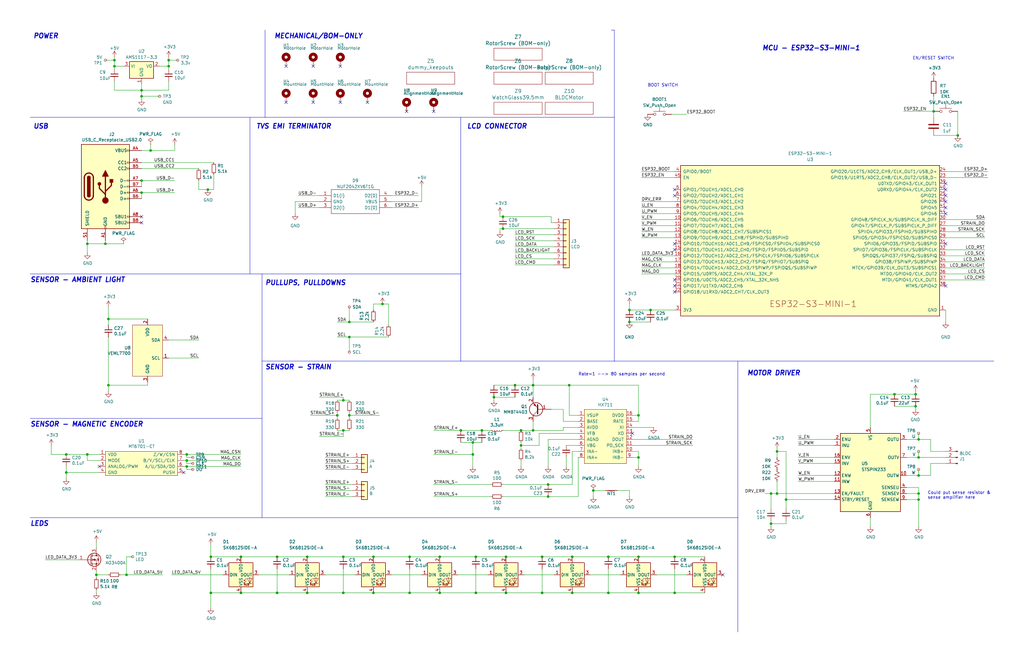
<source format=kicad_sch>
(kicad_sch (version 20230121) (generator eeschema)
  (paper "B")
  (title_block (title "SmartKnob View (ESP32-S3 + STSPIN233 Edition)") (rev "${RELEASE_VERSION}") (company "Scott Bezek / VIPQualityPosting / Katbinaris") (comment 2 "${COMMIT_DATE_LONG}") (comment 3 "${COMMIT_HASH}"))
  (lib_symbols
    (symbol "+5V_1" (power) (pin_names (offset 0))
      (property "Value" "+5V_1" (at 0 3.556 0))
      (symbol "+5V_1_1_1"
        (pin power_in line (at 0 0 90) (length 0) hide (name "+5V") (number "1"))
      )
    )
    (symbol "Connector:Conn_01x03_Male" (pin_names (offset 1.016) hide)
      (property "Reference" "J" (at 0 5.08 0))
      (property "Value" "Conn_01x03_Male" (at 0 -5.08 0))
      (symbol "Conn_01x03_Male_1_1"
        (pin passive line (at 5.08 2.54 180) (length 3.81) (name "Pin_1") (number "1"))
        (pin passive line (at 5.08 0 180) (length 3.81) (name "Pin_2") (number "2"))
        (pin passive line (at 5.08 -2.54 180) (length 3.81) (name "Pin_3") (number "3"))
      )
    )
    (symbol "Connector:TestPoint_Small" (pin_numbers hide) (pin_names (offset 0.762) hide)
      (property "Reference" "TP" (at 0 3.81 0))
      (property "Value" "TestPoint_Small" (at 0 2.032 0))
      (symbol "TestPoint_Small_1_1"
        (pin passive line (at 0 0 90) (length 0) (name "1") (number "1"))
      )
    )
    (symbol "Connector:USB_C_Receptacle_USB2.0" (pin_names (offset 1.016))
      (property "Reference" "J" (at -10.16 19.05 0))
      (property "Value" "USB_C_Receptacle_USB2.0" (at 19.05 19.05 0))
      (symbol "USB_C_Receptacle_USB2.0_1_1"
        (pin passive line (at 0 -22.86 90) (length 5.08) (name "GND") (number "A1"))
        (pin passive line (at 0 -22.86 90) (length 5.08) hide (name "GND") (number "A12"))
        (pin passive line (at 15.24 15.24 180) (length 5.08) (name "VBUS") (number "A4"))
        (pin bidirectional line (at 15.24 10.16 180) (length 5.08) (name "CC1") (number "A5"))
        (pin bidirectional line (at 15.24 -2.54 180) (length 5.08) (name "D+") (number "A6"))
        (pin bidirectional line (at 15.24 2.54 180) (length 5.08) (name "D-") (number "A7"))
        (pin bidirectional line (at 15.24 -12.7 180) (length 5.08) (name "SBU1") (number "A8"))
        (pin passive line (at 15.24 15.24 180) (length 5.08) hide (name "VBUS") (number "A9"))
        (pin passive line (at 0 -22.86 90) (length 5.08) hide (name "GND") (number "B1"))
        (pin passive line (at 0 -22.86 90) (length 5.08) hide (name "GND") (number "B12"))
        (pin passive line (at 15.24 15.24 180) (length 5.08) hide (name "VBUS") (number "B4"))
        (pin bidirectional line (at 15.24 7.62 180) (length 5.08) (name "CC2") (number "B5"))
        (pin bidirectional line (at 15.24 -5.08 180) (length 5.08) (name "D+") (number "B6"))
        (pin bidirectional line (at 15.24 0 180) (length 5.08) (name "D-") (number "B7"))
        (pin bidirectional line (at 15.24 -15.24 180) (length 5.08) (name "SBU2") (number "B8"))
        (pin passive line (at 15.24 15.24 180) (length 5.08) hide (name "VBUS") (number "B9"))
        (pin passive line (at -7.62 -22.86 90) (length 5.08) (name "SHIELD") (number "S1"))
      )
    )
    (symbol "Connector_Generic:Conn_01x03" (pin_names (offset 1.016) hide)
      (property "Reference" "J" (at 0 5.08 0))
      (property "Value" "Conn_01x03" (at 0 -5.08 0))
      (symbol "Conn_01x03_1_1"
        (pin passive line (at -5.08 2.54 0) (length 3.81) (name "Pin_1") (number "1"))
        (pin passive line (at -5.08 0 0) (length 3.81) (name "Pin_2") (number "2"))
        (pin passive line (at -5.08 -2.54 0) (length 3.81) (name "Pin_3") (number "3"))
      )
    )
    (symbol "Connector_Generic:Conn_01x08" (pin_names (offset 1.016) hide)
      (property "Reference" "J" (at 0 10.16 0))
      (property "Value" "Conn_01x08" (at 0 -12.7 0))
      (symbol "Conn_01x08_1_1"
        (pin passive line (at -5.08 7.62 0) (length 3.81) (name "Pin_1") (number "1"))
        (pin passive line (at -5.08 5.08 0) (length 3.81) (name "Pin_2") (number "2"))
        (pin passive line (at -5.08 2.54 0) (length 3.81) (name "Pin_3") (number "3"))
        (pin passive line (at -5.08 0 0) (length 3.81) (name "Pin_4") (number "4"))
        (pin passive line (at -5.08 -2.54 0) (length 3.81) (name "Pin_5") (number "5"))
        (pin passive line (at -5.08 -5.08 0) (length 3.81) (name "Pin_6") (number "6"))
        (pin passive line (at -5.08 -7.62 0) (length 3.81) (name "Pin_7") (number "7"))
        (pin passive line (at -5.08 -10.16 0) (length 3.81) (name "Pin_8") (number "8"))
      )
    )
    (symbol "Device:C" (pin_numbers hide) (pin_names (offset 0.254))
      (property "Reference" "C" (at 0.635 2.54 0))
      (property "Value" "C" (at 0.635 -2.54 0))
      (symbol "C_1_1"
        (pin passive line (at 0 3.81 270) (length 2.794) (name "~") (number "1"))
        (pin passive line (at 0 -3.81 90) (length 2.794) (name "~") (number "2"))
      )
    )
    (symbol "Device:C_Small" (pin_numbers hide) (pin_names (offset 0.254) hide)
      (property "Reference" "C" (at 0.254 1.778 0))
      (property "Value" "C_Small" (at 0.254 -2.032 0))
      (symbol "C_Small_1_1"
        (pin passive line (at 0 2.54 270) (length 2.032) (name "~") (number "1"))
        (pin passive line (at 0 -2.54 90) (length 2.032) (name "~") (number "2"))
      )
    )
    (symbol "Device:L_Small" (pin_numbers hide) (pin_names (offset 0.254) hide)
      (property "Reference" "L" (at 0.762 1.016 0))
      (property "Value" "L_Small" (at 0.762 -1.016 0))
      (symbol "L_Small_1_1"
        (pin passive line (at 0 2.54 270) (length 0.508) (name "~") (number "1"))
        (pin passive line (at 0 -2.54 90) (length 0.508) (name "~") (number "2"))
      )
    )
    (symbol "Device:NetTie_2" (pin_numbers hide) (pin_names (offset 0) hide)
      (property "Reference" "NT" (at 0 1.27 0))
      (property "Value" "NetTie_2" (at 0 -1.27 0))
      (symbol "NetTie_2_1_1"
        (pin passive line (at -2.54 0 0) (length 2.54) (name "1") (number "1"))
        (pin passive line (at 2.54 0 180) (length 2.54) (name "2") (number "2"))
      )
    )
    (symbol "Device:Q_PNP_BEC" (pin_names (offset 0) hide)
      (property "Reference" "Q" (at 5.08 1.27 0))
      (property "Value" "Q_PNP_BEC" (at 5.08 -1.27 0))
      (symbol "Q_PNP_BEC_1_1"
        (pin input line (at -5.08 0 0) (length 5.715) (name "B") (number "1"))
        (pin passive line (at 2.54 -5.08 90) (length 2.54) (name "E") (number "2"))
        (pin passive line (at 2.54 5.08 270) (length 2.54) (name "C") (number "3"))
      )
    )
    (symbol "Device:R" (pin_numbers hide) (pin_names (offset 0))
      (property "Reference" "R" (at 2.032 0 90))
      (property "Value" "R" (at 0 0 90))
      (symbol "R_1_1"
        (pin passive line (at 0 3.81 270) (length 1.27) (name "~") (number "1"))
        (pin passive line (at 0 -3.81 90) (length 1.27) (name "~") (number "2"))
      )
    )
    (symbol "Device:R_Small" (pin_numbers hide) (pin_names (offset 0.254) hide)
      (property "Reference" "R" (at 0.762 0.508 0))
      (property "Value" "R_Small" (at 0.762 -1.016 0))
      (symbol "R_Small_1_1"
        (pin passive line (at 0 2.54 270) (length 0.762) (name "~") (number "1"))
        (pin passive line (at 0 -2.54 90) (length 0.762) (name "~") (number "2"))
      )
    )
    (symbol "Device:R_Small_US" (pin_numbers hide) (pin_names (offset 0.254) hide)
      (property "Reference" "R" (at 0.762 0.508 0))
      (property "Value" "R_Small_US" (at 0.762 -1.016 0))
      (symbol "R_Small_US_1_1"
        (pin passive line (at 0 2.54 270) (length 1.016) (name "~") (number "1"))
        (pin passive line (at 0 -2.54 90) (length 1.016) (name "~") (number "2"))
      )
    )
    (symbol "Driver_Motor:STSPIN233"
      (property "Reference" "U" (at -12.7 16.51 0))
      (property "Value" "STSPIN233" (at 5.08 16.51 0))
      (symbol "STSPIN233_1_1"
        (pin input line (at -15.24 10.16 0) (length 2.54) (name "INU") (number "1"))
        (pin power_out line (at 15.24 -2.54 180) (length 2.54) (name "OUTW") (number "10"))
        (pin input line (at -15.24 -5.08 0) (length 2.54) (name "INW") (number "11"))
        (pin input line (at -15.24 -2.54 0) (length 2.54) (name "ENW") (number "12"))
        (pin bidirectional line (at -15.24 -10.16 0) (length 2.54) (name "EN/FAULT") (number "13"))
        (pin input line (at -15.24 -12.7 0) (length 2.54) (name "STBY/RESET") (number "14"))
        (pin input line (at -15.24 2.54 0) (length 2.54) (name "INV") (number "15"))
        (pin input line (at -15.24 5.08 0) (length 2.54) (name "ENV") (number "16"))
        (pin passive line (at 0 -20.32 90) (length 2.54) hide (name "GND") (number "17"))
        (pin input line (at -15.24 12.7 0) (length 2.54) (name "ENU") (number "2"))
        (pin power_out line (at 15.24 12.7 180) (length 2.54) (name "OUTU") (number "3"))
        (pin input line (at 15.24 -7.62 180) (length 2.54) (name "SENSEU") (number "4"))
        (pin power_in line (at 0 17.78 270) (length 2.54) (name "VS") (number "5"))
        (pin power_in line (at 0 -20.32 90) (length 2.54) (name "GND") (number "6"))
        (pin power_out line (at 15.24 5.08 180) (length 2.54) (name "OUTV") (number "7"))
        (pin input line (at 15.24 -10.16 180) (length 2.54) (name "SENSEV") (number "8"))
        (pin input line (at 15.24 -12.7 180) (length 2.54) (name "SENSEW") (number "9"))
      )
    )
    (symbol "Espressif:ESP32-S3-MINI-1" (pin_names (offset 1.016))
      (property "Reference" "U" (at -55.88 38.1 0))
      (property "Value" "ESP32-S3-MINI-1" (at -55.88 35.56 0))
      (symbol "ESP32-S3-MINI-1_0_0"
        (text "ESP32-S3-MINI-1" (at 0 -25.4 0) (effects (font (size 2.54 2.54))))
        (pin power_in line (at 55.88 -27.94 180) (length 2.54) (name "GND") (number "1"))
        (pin bidirectional line (at -58.42 10.16 0) (length 2.54) (name "GPIO6/TOUCH6/ADC1_CH5") (number "10"))
        (pin bidirectional line (at -58.42 7.62 0) (length 2.54) (name "GPIO7/TOUCH7/ADC1_CH6") (number "11"))
        (pin bidirectional line (at -58.42 5.08 0) (length 2.54) (name "GPIO8/TOUCH8/ADC1_CH7/SUBSPICS1") (number "12"))
        (pin bidirectional line (at -58.42 2.54 0) (length 2.54) (name "GPIO9/TOUCH9/ADC1_CH8/FSPIHD/SUBSPIHD") (number "13"))
        (pin bidirectional line (at -58.42 0 0) (length 2.54) (name "GPIO10/TOUCH10/ADC1_CH9/FSPICS0/FSPIIO4/SUBSPICS0") (number "14"))
        (pin bidirectional line (at -58.42 -2.54 0) (length 2.54) (name "GPIO11/TOUCH11/ADC2_CH0/FSPID/FSPIIO5/SUBSPID") (number "15"))
        (pin bidirectional line (at -58.42 -5.08 0) (length 2.54) (name "GPIO12/TOUCH12/ADC2_CH1/FSPICLK/FSPIIO6/SUBSPICLK") (number "16"))
        (pin bidirectional line (at -58.42 -7.62 0) (length 2.54) (name "GPIO13/TOUCH13/ADC2_CH2/FSPIQ/FSPIIO7/SUBSPIQ") (number "17"))
        (pin bidirectional line (at -58.42 -10.16 0) (length 2.54) (name "GPIO14/TOUCH14/ADC2_CH3/FSPIWP/FSPIDQS/SUBSPIWP") (number "18"))
        (pin bidirectional line (at -58.42 -12.7 0) (length 2.54) (name "GPIO15/U0RTS/ADC2_CH4/XTAL_32K_P") (number "19"))
        (pin passive line (at 55.88 -27.94 180) (length 2.54) hide (name "GND") (number "2"))
        (pin bidirectional line (at -58.42 -15.24 0) (length 2.54) (name "GPIO16/U0CTS/ADC2_CH5/XTAL_32K_NH5") (number "20"))
        (pin bidirectional line (at -58.42 -17.78 0) (length 2.54) (name "GPIO17/U1TXD/ADC2_CH6") (number "21"))
        (pin bidirectional line (at -58.42 -20.32 0) (length 2.54) (name "GPIO18/U1RXD/ADC2_CH7/CLK_OUT3") (number "22"))
        (pin bidirectional line (at 55.88 27.94 180) (length 2.54) (name "GPIO19/U1RTS/ADC2_CH8/CLK_OUT2/USB_D-") (number "23"))
        (pin bidirectional line (at 55.88 30.48 180) (length 2.54) (name "GPIO20/U1CTS/ADC2_CH9/CLK_OUT1/USB_D+") (number "24"))
        (pin bidirectional line (at 55.88 20.32 180) (length 2.54) (name "GPIO21") (number "25"))
        (pin bidirectional line (at 55.88 17.78 180) (length 2.54) (name "GPIO26") (number "26"))
        (pin bidirectional line (at 55.88 7.62 180) (length 2.54) (name "GPIO47/SPICLK_P/SUBSPICLK_P_DIFF") (number "27"))
        (pin bidirectional line (at 55.88 5.08 180) (length 2.54) (name "SPIIO4/GPIO33/FSPIHD/SUBSPIHD") (number "28"))
        (pin bidirectional line (at 55.88 2.54 180) (length 2.54) (name "SPIIO5/GPIO34/FSPICS0/SUBSPICS0") (number "29"))
        (pin power_in line (at -58.42 -27.94 0) (length 2.54) (name "3V3") (number "3"))
        (pin bidirectional line (at 55.88 10.16 180) (length 2.54) (name "GPIO48/SPICLK_N/SUBSPICLK_N_DIFF") (number "30"))
        (pin bidirectional line (at 55.88 0 180) (length 2.54) (name "SPIIO6/GPIO35/FSPID/SUBSPID") (number "31"))
        (pin bidirectional line (at 55.88 -2.54 180) (length 2.54) (name "SPIIO7/GPIO36/FSPICLK/SUBSPICLK") (number "32"))
        (pin bidirectional line (at 55.88 -5.08 180) (length 2.54) (name "SPIDQS/GPIO37/FSPIQ/SUBSPIQ") (number "33"))
        (pin bidirectional line (at 55.88 -7.62 180) (length 2.54) (name "GPIO38/FSPIWP/SUBSPIWP") (number "34"))
        (pin bidirectional line (at 55.88 -10.16 180) (length 2.54) (name "MTCK/GPIO39/CLK_OUT3/SUBSPICS1") (number "35"))
        (pin bidirectional line (at 55.88 -12.7 180) (length 2.54) (name "MTDO/GPIO40/CLK_OUT2") (number "36"))
        (pin bidirectional line (at 55.88 -15.24 180) (length 2.54) (name "MTDI/GPIO41/CLK_OUT1") (number "37"))
        (pin bidirectional line (at 55.88 -17.78 180) (length 2.54) (name "MTMS/GPIO42") (number "38"))
        (pin bidirectional line (at 55.88 25.4 180) (length 2.54) (name "U0TXD/GPIO43/CLK_OUT1") (number "39"))
        (pin bidirectional line (at -58.42 30.48 0) (length 2.54) (name "GPIO0/BOOT") (number "4"))
        (pin bidirectional line (at 55.88 22.86 180) (length 2.54) (name "U0RXD/GPIO44/CLK_OUT2") (number "40"))
        (pin bidirectional line (at 55.88 15.24 180) (length 2.54) (name "GPIO45") (number "41"))
        (pin passive line (at 55.88 -27.94 180) (length 2.54) hide (name "GND") (number "42"))
        (pin passive line (at 55.88 -27.94 180) (length 2.54) hide (name "GND") (number "43"))
        (pin bidirectional line (at 55.88 12.7 180) (length 2.54) (name "GPIO46") (number "44"))
        (pin input line (at -58.42 27.94 0) (length 2.54) (name "EN") (number "45"))
        (pin passive line (at 55.88 -27.94 180) (length 2.54) hide (name "GND") (number "46"))
        (pin passive line (at 55.88 -27.94 180) (length 2.54) hide (name "GND") (number "47"))
        (pin passive line (at 55.88 -27.94 180) (length 2.54) hide (name "GND") (number "48"))
        (pin passive line (at 55.88 -27.94 180) (length 2.54) hide (name "GND") (number "49"))
        (pin bidirectional line (at -58.42 22.86 0) (length 2.54) (name "GPIO1/TOUCH1/ADC1_CH0") (number "5"))
        (pin passive line (at 55.88 -27.94 180) (length 2.54) hide (name "GND") (number "50"))
        (pin passive line (at 55.88 -27.94 180) (length 2.54) hide (name "GND") (number "51"))
        (pin passive line (at 55.88 -27.94 180) (length 2.54) hide (name "GND") (number "52"))
        (pin passive line (at 55.88 -27.94 180) (length 2.54) hide (name "GND") (number "53"))
        (pin passive line (at 55.88 -27.94 180) (length 2.54) hide (name "GND") (number "54"))
        (pin passive line (at 55.88 -27.94 180) (length 2.54) hide (name "GND") (number "55"))
        (pin passive line (at 55.88 -27.94 180) (length 2.54) hide (name "GND") (number "56"))
        (pin passive line (at 55.88 -27.94 180) (length 2.54) hide (name "GND") (number "57"))
        (pin passive line (at 55.88 -27.94 180) (length 2.54) hide (name "GND") (number "58"))
        (pin passive line (at 55.88 -27.94 180) (length 2.54) hide (name "GND") (number "59"))
        (pin bidirectional line (at -58.42 20.32 0) (length 2.54) (name "GPIO2/TOUCH2/ADC1_CH1") (number "6"))
        (pin passive line (at 55.88 -27.94 180) (length 2.54) hide (name "GND") (number "60"))
        (pin passive line (at 55.88 -27.94 180) (length 2.54) hide (name "GND") (number "61"))
        (pin passive line (at 55.88 -27.94 180) (length 2.54) hide (name "GND") (number "62"))
        (pin passive line (at 55.88 -27.94 180) (length 2.54) hide (name "GND") (number "63"))
        (pin passive line (at 55.88 -27.94 180) (length 2.54) hide (name "GND") (number "64"))
        (pin passive line (at 55.88 -27.94 180) (length 2.54) hide (name "GND") (number "65"))
        (pin bidirectional line (at -58.42 17.78 0) (length 2.54) (name "GPIO3/TOUCH3/ADC1_CH2") (number "7"))
        (pin bidirectional line (at -58.42 15.24 0) (length 2.54) (name "GPIO4/TOUCH4/ADC1_CH3") (number "8"))
        (pin bidirectional line (at -58.42 12.7 0) (length 2.54) (name "GPIO5/TOUCH5/ADC1_CH4") (number "9"))
      )
    )
    (symbol "GND_1" (power) (pin_names (offset 0))
      (property "Value" "GND_1" (at 0 -3.81 0))
      (symbol "GND_1_1_1"
        (pin power_in line (at 0 0 270) (length 0) hide (name "GND") (number "1"))
      )
    )
    (symbol "GND_2" (power) (pin_names (offset 0))
      (property "Value" "GND_2" (at 0 -3.81 0))
      (symbol "GND_2_1_1"
        (pin power_in line (at 0 0 270) (length 0) hide (name "GND") (number "1"))
      )
    )
    (symbol "MagnTek:MT6701-CT" (pin_names (offset 1.016))
      (property "Reference" "U" (at -12.7 6.35 0))
      (property "Value" "MT6701-CT" (at 0 6.35 0))
      (symbol "MT6701-CT_1_1"
        (pin power_in line (at -16.51 3.81 0) (length 2.54) (name "VDD") (number "1"))
        (pin input line (at -16.51 1.27 0) (length 2.54) (name "MODE") (number "2"))
        (pin output line (at -16.51 -1.27 0) (length 2.54) (name "ANALOG/PWM") (number "3"))
        (pin power_in line (at -16.51 -3.81 0) (length 2.54) (name "GND") (number "4"))
        (pin output line (at 19.05 -3.81 180) (length 2.54) (name "PUSH") (number "5"))
        (pin bidirectional line (at 19.05 -1.27 180) (length 2.54) (name "A/U/SDA/DO") (number "6"))
        (pin bidirectional line (at 19.05 1.27 180) (length 2.54) (name "B/V/SCL/CLK") (number "7"))
        (pin bidirectional line (at 19.05 3.81 180) (length 2.54) (name "Z/W/CSN") (number "8"))
      )
    )
    (symbol "Mechanical:MountingHole_Pad" (pin_numbers hide) (pin_names (offset 1.016) hide)
      (property "Reference" "H" (at 0 6.35 0))
      (property "Value" "MountingHole_Pad" (at 0 4.445 0))
      (symbol "MountingHole_Pad_1_1"
        (pin input line (at 0 -2.54 90) (length 2.54) (name "1") (number "1"))
      )
    )
    (symbol "NUF2042XV6T1G:NUF2042XV6T1G" (pin_names (offset 0.762))
      (property "Reference" "D" (at 26.67 7.62 0))
      (property "Value" "NUF2042XV6T1G" (at 26.67 5.08 0))
      (symbol "NUF2042XV6T1G_0_0"
        (pin passive line (at 0 0 0) (length 5.08) (name "D1(I)") (number "1"))
        (pin passive line (at 0 -2.54 0) (length 5.08) (name "GND") (number "2"))
        (pin passive line (at 0 -5.08 0) (length 5.08) (name "D2(I)") (number "3"))
        (pin passive line (at 30.48 0 180) (length 5.08) (name "D2(0)") (number "4"))
        (pin passive line (at 30.48 -2.54 180) (length 5.08) (name "VBUS") (number "5"))
        (pin passive line (at 30.48 -5.08 180) (length 5.08) (name "D1(0)") (number "6"))
      )
    )
    (symbol "Regulator_Linear:AMS1117-3.3"
      (property "Reference" "U" (at -3.81 3.175 0))
      (property "Value" "AMS1117-3.3" (at 0 3.175 0))
      (symbol "AMS1117-3.3_1_1"
        (pin power_in line (at 0 -7.62 90) (length 2.54) (name "GND") (number "1"))
        (pin power_out line (at 7.62 0 180) (length 2.54) (name "VO") (number "2"))
        (pin power_in line (at -7.62 0 0) (length 2.54) (name "VI") (number "3"))
      )
    )
    (symbol "SK6812:SK6812SIDE-A" (pin_names (offset 0.254))
      (property "Reference" "D" (at 5.08 5.715 0))
      (property "Value" "SK6812SIDE-A" (at 1.27 -5.715 0))
      (symbol "SK6812SIDE-A_0_0"
        (text "RGB" (at 2.286 -4.191 0) (effects (font (size 0.762 0.762))))
      )
      (symbol "SK6812SIDE-A_1_1"
        (pin input line (at -7.62 0 0) (length 2.54) (name "DIN") (number "1"))
        (pin power_in line (at 0 7.62 270) (length 2.54) (name "VDD") (number "2"))
        (pin output line (at 7.62 0 180) (length 2.54) (name "DOUT") (number "3"))
        (pin power_in line (at 0 -7.62 90) (length 2.54) (name "VSS") (number "4"))
      )
    )
    (symbol "Switch:SW_Push" (pin_numbers hide) (pin_names (offset 1.016) hide)
      (property "Reference" "SW" (at 1.27 2.54 0))
      (property "Value" "SW_Push" (at 0 -1.524 0))
      (symbol "SW_Push_0_1"
        (pin passive line (at -5.08 0 0) (length 2.54) (name "1") (number "1"))
        (pin passive line (at 5.08 0 180) (length 2.54) (name "2") (number "2"))
      )
    )
    (symbol "Transistor_FET:AO3400A" (pin_names hide)
      (property "Reference" "Q" (at 5.08 1.905 0))
      (property "Value" "AO3400A" (at 5.08 0 0))
      (symbol "AO3400A_1_1"
        (pin input line (at -5.08 0 0) (length 2.54) (name "G") (number "1"))
        (pin passive line (at 2.54 -5.08 90) (length 2.54) (name "S") (number "2"))
        (pin passive line (at 2.54 5.08 270) (length 2.54) (name "D") (number "3"))
      )
    )
    (symbol "VEML7700:VEML7700" (pin_names (offset 1.016))
      (property "Reference" "U" (at -6.35 11.43 0))
      (property "Value" "VEML7700" (at 0 0 0))
      (symbol "VEML7700_1_1"
        (pin open_collector line (at 8.89 -3.81 180) (length 2.54) (name "SCL") (number "1"))
        (pin power_in line (at 0 12.7 270) (length 2.54) (name "VDD") (number "2"))
        (pin power_in line (at 0 -13.97 90) (length 2.54) (name "GND") (number "3"))
        (pin open_collector line (at 8.89 3.81 180) (length 2.54) (name "SDA") (number "4"))
      )
    )
    (symbol "no_pin:no_pin" (pin_names (offset 1.016))
      (property "Reference" "Z" (at -8.89 3.81 0))
      (property "Value" "no_pin" (at 0 0 0))
    )
    (symbol "power:+3.3V" (power) (pin_names (offset 0))
      (property "Value" "+3.3V" (at 0 3.556 0))
      (symbol "+3.3V_1_1"
        (pin power_in line (at 0 0 90) (length 0) hide (name "+3V3") (number "1"))
      )
    )
    (symbol "power:+5V" (power) (pin_names (offset 0))
      (property "Value" "+5V" (at 0 3.556 0))
      (symbol "+5V_1_1"
        (pin power_in line (at 0 0 90) (length 0) hide (name "+5V") (number "1"))
      )
    )
    (symbol "power:GND" (power) (pin_names (offset 0))
      (property "Value" "GND" (at 0 -3.81 0))
      (symbol "GND_1_1"
        (pin power_in line (at 0 0 270) (length 0) hide (name "GND") (number "1"))
      )
    )
    (symbol "power:GNDA" (power) (pin_names (offset 0))
      (property "Value" "GNDA" (at 0 -3.81 0))
      (symbol "GNDA_1_1"
        (pin power_in line (at 0 0 270) (length 0) hide (name "GNDA") (number "1"))
      )
    )
    (symbol "power:PWR_FLAG" (power) (pin_numbers hide) (pin_names (offset 0) hide)
      (property "Value" "PWR_FLAG" (at 0 3.81 0))
      (symbol "PWR_FLAG_0_0"
        (pin power_out line (at 0 0 90) (length 0) (name "pwr") (number "1"))
      )
    )
    (symbol "strain:HX711" (pin_names (offset 1.016))
      (property "Reference" "U" (at 5.08 12.7 0))
      (property "Value" "HX711" (at -5.08 12.7 0))
      (symbol "HX711_1_1"
        (pin power_in line (at -11.43 8.89 0) (length 2.54) (name "VSUP") (number "1"))
        (pin input line (at 11.43 -6.35 180) (length 2.54) (name "INB+") (number "10"))
        (pin input line (at 11.43 -3.81 180) (length 2.54) (name "PD_SCK") (number "11"))
        (pin output line (at 11.43 -1.27 180) (length 2.54) (name "DOUT") (number "12"))
        (pin output line (at 11.43 1.27 180) (length 2.54) (name "XO") (number "13"))
        (pin input line (at 11.43 3.81 180) (length 2.54) (name "XI") (number "14"))
        (pin input line (at 11.43 6.35 180) (length 2.54) (name "RATE") (number "15"))
        (pin power_in line (at 11.43 8.89 180) (length 2.54) (name "DVDD") (number "16"))
        (pin output line (at -11.43 6.35 0) (length 2.54) (name "BASE") (number "2"))
        (pin bidirectional line (at -11.43 3.81 0) (length 2.54) (name "AVDD") (number "3"))
        (pin input line (at -11.43 1.27 0) (length 2.54) (name "VFB") (number "4"))
        (pin power_in line (at -11.43 -1.27 0) (length 2.54) (name "AGND") (number "5"))
        (pin output line (at -11.43 -3.81 0) (length 2.54) (name "VBG") (number "6"))
        (pin input line (at -11.43 -6.35 0) (length 2.54) (name "INA-") (number "7"))
        (pin input line (at -11.43 -8.89 0) (length 2.54) (name "INA+") (number "8"))
        (pin input line (at 11.43 -8.89 180) (length 2.54) (name "INB-") (number "9"))
      )
    )
  )
  (junction (at 200.66 250.19))
  (junction (at 228.6 234.95))
  (junction (at 44.45 102.87))
  (junction (at 36.83 191.77))
  (junction (at 87.63 80.01))
  (junction (at 386.08 166.37))
  (junction (at 144.78 250.19))
  (junction (at 172.72 250.19))
  (junction (at 59.69 40.64))
  (junction (at 269.24 250.19))
  (junction (at 219.71 187.96))
  (junction (at 240.03 162.56))
  (junction (at 377.19 166.37))
  (junction (at 387.35 210.82))
  (junction (at 144.78 181.61))
  (junction (at 393.7 46.99))
  (junction (at 231.14 209.55))
  (junction (at 284.48 234.95))
  (junction (at 228.6 250.19))
  (junction (at 78.74 194.31))
  (junction (at 88.9 234.95))
  (junction (at 224.79 162.56))
  (junction (at 40.64 242.57))
  (junction (at 129.54 234.95))
  (junction (at 45.72 162.56))
  (junction (at 200.66 234.95))
  (junction (at 144.78 234.95))
  (junction (at 219.71 181.61))
  (junction (at 241.3 250.19))
  (junction (at 71.12 27.94))
  (junction (at 325.12 208.28))
  (junction (at 386.08 171.45))
  (junction (at 144.78 168.91))
  (junction (at 231.14 204.47))
  (junction (at 129.54 250.19))
  (junction (at 256.54 250.19))
  (junction (at 101.6 250.19))
  (junction (at 48.26 27.94))
  (junction (at 78.74 196.85))
  (junction (at 387.35 193.04))
  (junction (at 327.66 208.28))
  (junction (at 203.2 181.61))
  (junction (at 27.94 191.77))
  (junction (at 213.36 234.95))
  (junction (at 78.74 191.77))
  (junction (at 59.69 81.28))
  (junction (at 265.43 135.89))
  (junction (at 157.48 234.95))
  (junction (at 59.69 38.1))
  (junction (at 172.72 234.95))
  (junction (at 208.28 167.64))
  (junction (at 403.86 57.15))
  (junction (at 147.32 142.24))
  (junction (at 157.48 250.19))
  (junction (at 325.12 220.98))
  (junction (at 101.6 234.95))
  (junction (at 185.42 234.95))
  (junction (at 71.12 25.4))
  (junction (at 116.84 234.95))
  (junction (at 284.48 250.19))
  (junction (at 45.72 134.62))
  (junction (at 53.34 242.57))
  (junction (at 269.24 193.04))
  (junction (at 269.24 234.95))
  (junction (at 387.35 200.66))
  (junction (at 265.43 130.81))
  (junction (at 48.26 25.4))
  (junction (at 274.32 130.81))
  (junction (at 213.36 250.19))
  (junction (at 59.69 76.2))
  (junction (at 161.29 128.27))
  (junction (at 224.79 181.61))
  (junction (at 194.31 181.61))
  (junction (at 212.09 91.44))
  (junction (at 199.39 191.77))
  (junction (at 199.39 186.69))
  (junction (at 147.32 135.89))
  (junction (at 269.24 175.26))
  (junction (at 387.35 208.28))
  (junction (at 327.66 190.5))
  (junction (at 217.17 162.56))
  (junction (at 241.3 234.95))
  (junction (at 331.47 210.82))
  (junction (at 212.09 96.52))
  (junction (at 147.32 175.26))
  (junction (at 27.94 199.39))
  (junction (at 185.42 250.19))
  (junction (at 116.84 250.19))
  (junction (at 142.24 175.26))
  (junction (at 250.19 207.01))
  (junction (at 88.9 250.19))
  (junction (at 63.5 63.5))
  (junction (at 36.83 102.87))
  (junction (at 387.35 185.42))
  (junction (at 256.54 234.95))
  (no_connect (at 132.08 43.18))
  (no_connect (at 398.78 102.87))
  (no_connect (at 266.7 182.88))
  (no_connect (at 284.48 120.65))
  (no_connect (at 398.78 120.65))
  (no_connect (at 284.48 102.87))
  (no_connect (at 304.8 242.57))
  (no_connect (at 284.48 123.19))
  (no_connect (at 132.08 27.94))
  (no_connect (at 398.78 82.55))
  (no_connect (at 284.48 80.01))
  (no_connect (at 398.78 90.17))
  (no_connect (at 120.65 27.94))
  (no_connect (at 59.69 93.98))
  (no_connect (at 284.48 105.41))
  (no_connect (at 77.47 199.39))
  (no_connect (at 284.48 82.55))
  (no_connect (at 398.78 87.63))
  (no_connect (at 120.65 43.18))
  (no_connect (at 398.78 80.01))
  (no_connect (at 171.45 46.99))
  (no_connect (at 154.94 43.18))
  (no_connect (at 143.51 43.18))
  (no_connect (at 59.69 91.44))
  (no_connect (at 182.88 46.99))
  (no_connect (at 284.48 118.11))
  (no_connect (at 398.78 85.09))
  (no_connect (at 143.51 27.94))
  (no_connect (at 41.91 196.85))
  (no_connect (at 398.78 77.47))
  (wire (pts (xy 40.64 242.57) (xy 40.64 241.3)))
  (wire (pts (xy 88.9 240.03) (xy 88.9 250.19)))
  (wire (pts (xy 220.98 242.57) (xy 233.68 242.57)))
  (wire (pts (xy 59.69 38.1) (xy 59.69 35.56)))
  (wire (pts (xy 266.7 180.34) (xy 275.59 180.34)))
  (wire (pts (xy 157.48 234.95) (xy 172.72 234.95)))
  (wire (pts (xy 144.78 234.95) (xy 157.48 234.95)))
  (wire (pts (xy 265.43 207.01) (xy 265.43 209.55)))
  (wire (pts (xy 228.6 234.95) (xy 241.3 234.95)))
  (wire (pts (xy 59.69 71.12) (xy 83.82 71.12)))
  (wire (pts (xy 232.41 172.72) (xy 237.49 172.72)))
  (wire (pts (xy 81.28 198.12) (xy 78.74 198.12)))
  (wire (pts (xy 270.51 100.33) (xy 284.48 100.33)))
  (wire (pts (xy 382.27 210.82) (xy 387.35 210.82)))
  (wire (pts (xy 36.83 194.31) (xy 36.83 191.77)))
  (wire (pts (xy 367.03 218.44) (xy 367.03 222.25)))
  (wire (pts (xy 382.27 185.42) (xy 387.35 185.42)))
  (wire (pts (xy 351.79 210.82) (xy 331.47 210.82)))
  (wire (pts (xy 210.82 90.17) (xy 210.82 91.44)))
  (wire (pts (xy 142.24 135.89) (xy 147.32 135.89)))
  (wire (pts (xy 45.72 134.62) (xy 62.23 134.62)))
  (wire (pts (xy 387.35 205.74) (xy 387.35 208.28)))
  (wire (pts (xy 265.43 128.27) (xy 265.43 130.81)))
  (polyline (pts (xy 259.08 12.7) (xy 257.81 12.7)))
  (wire (pts (xy 59.69 40.64) (xy 59.69 41.91)))
  (wire (pts (xy 116.84 250.19) (xy 129.54 250.19)))
  (wire (pts (xy 40.64 250.19) (xy 40.64 248.92)))
  (wire (pts (xy 270.51 90.17) (xy 284.48 90.17)))
  (wire (pts (xy 137.16 242.57) (xy 149.86 242.57)))
  (polyline (pts (xy 12.7 218.44) (xy 311.15 218.44)))
  (wire (pts (xy 200.66 250.19) (xy 213.36 250.19)))
  (wire (pts (xy 147.32 135.89) (xy 157.48 135.89)))
  (wire (pts (xy 274.32 130.81) (xy 284.48 130.81)))
  (wire (pts (xy 241.3 250.19) (xy 256.54 250.19)))
  (wire (pts (xy 44.45 101.6) (xy 44.45 102.87)))
  (wire (pts (xy 269.24 250.19) (xy 284.48 250.19)))
  (wire (pts (xy 116.84 240.03) (xy 116.84 250.19)))
  (wire (pts (xy 403.86 57.15) (xy 403.86 46.99)))
  (wire (pts (xy 367.03 166.37) (xy 367.03 180.34)))
  (wire (pts (xy 415.29 95.25) (xy 398.78 95.25)))
  (wire (pts (xy 351.79 203.2) (xy 336.55 203.2)))
  (wire (pts (xy 36.83 102.87) (xy 36.83 101.6)))
  (wire (pts (xy 212.09 204.47) (xy 231.14 204.47)))
  (wire (pts (xy 393.7 40.64) (xy 393.7 46.99)))
  (wire (pts (xy 59.69 68.58) (xy 90.17 68.58)))
  (wire (pts (xy 142.24 175.26) (xy 142.24 176.53)))
  (wire (pts (xy 200.66 240.03) (xy 200.66 250.19)))
  (wire (pts (xy 233.68 104.14) (xy 217.17 104.14)))
  (wire (pts (xy 266.7 190.5) (xy 269.24 190.5)))
  (wire (pts (xy 157.48 128.27) (xy 161.29 128.27)))
  (wire (pts (xy 130.81 175.26) (xy 142.24 175.26)))
  (wire (pts (xy 27.94 199.39) (xy 27.94 201.93)))
  (wire (pts (xy 231.14 209.55) (xy 243.84 209.55)))
  (wire (pts (xy 59.69 40.64) (xy 67.31 40.64)))
  (wire (pts (xy 382.27 208.28) (xy 387.35 208.28)))
  (wire (pts (xy 231.14 185.42) (xy 231.14 196.85)))
  (wire (pts (xy 212.09 181.61) (xy 219.71 181.61)))
  (wire (pts (xy 387.35 208.28) (xy 387.35 210.82)))
  (wire (pts (xy 266.7 193.04) (xy 269.24 193.04)))
  (wire (pts (xy 269.24 175.26) (xy 266.7 175.26)))
  (wire (pts (xy 386.08 166.37) (xy 377.19 166.37)))
  (polyline (pts (xy 194.31 49.53) (xy 194.31 152.4)))
  (wire (pts (xy 224.79 162.56) (xy 224.79 160.02)))
  (wire (pts (xy 194.31 186.69) (xy 199.39 186.69)))
  (wire (pts (xy 87.63 80.01) (xy 90.17 80.01)))
  (wire (pts (xy 78.74 194.31) (xy 101.6 194.31)))
  (wire (pts (xy 163.83 128.27) (xy 163.83 137.16)))
  (wire (pts (xy 81.28 193.04) (xy 78.74 193.04)))
  (wire (pts (xy 78.74 195.58) (xy 78.74 194.31)))
  (polyline (pts (xy 311.15 152.4) (xy 311.15 218.44)))
  (wire (pts (xy 351.79 195.58) (xy 336.55 195.58)))
  (polyline (pts (xy 311.15 218.44) (xy 311.15 266.7)))
  (wire (pts (xy 172.72 234.95) (xy 185.42 234.95)))
  (wire (pts (xy 322.58 208.28) (xy 325.12 208.28)))
  (wire (pts (xy 83.82 151.13) (xy 71.12 151.13)))
  (wire (pts (xy 199.39 186.69) (xy 203.2 186.69)))
  (wire (pts (xy 381 46.99) (xy 393.7 46.99)))
  (wire (pts (xy 172.72 250.19) (xy 185.42 250.19)))
  (wire (pts (xy 185.42 250.19) (xy 200.66 250.19)))
  (wire (pts (xy 207.01 204.47) (xy 182.88 204.47)))
  (wire (pts (xy 219.71 186.69) (xy 219.71 187.96)))
  (wire (pts (xy 398.78 100.33) (xy 415.29 100.33)))
  (wire (pts (xy 194.31 181.61) (xy 203.2 181.61)))
  (wire (pts (xy 351.79 185.42) (xy 336.55 185.42)))
  (wire (pts (xy 269.24 190.5) (xy 269.24 193.04)))
  (wire (pts (xy 208.28 168.91) (xy 208.28 167.64)))
  (wire (pts (xy 81.28 195.58) (xy 78.74 195.58)))
  (wire (pts (xy 237.49 172.72) (xy 237.49 177.8)))
  (wire (pts (xy 269.24 177.8) (xy 269.24 175.26)))
  (wire (pts (xy 240.03 175.26) (xy 243.84 175.26)))
  (wire (pts (xy 182.88 181.61) (xy 194.31 181.61)))
  (wire (pts (xy 137.16 193.04) (xy 148.59 193.04)))
  (wire (pts (xy 398.78 110.49) (xy 415.29 110.49)))
  (wire (pts (xy 71.12 25.4) (xy 71.12 27.94)))
  (wire (pts (xy 233.68 93.98) (xy 232.41 93.98)))
  (wire (pts (xy 182.88 209.55) (xy 207.01 209.55)))
  (wire (pts (xy 134.62 184.15) (xy 144.78 184.15)))
  (wire (pts (xy 217.17 167.64) (xy 208.28 167.64)))
  (wire (pts (xy 213.36 250.19) (xy 228.6 250.19)))
  (wire (pts (xy 182.88 191.77) (xy 199.39 191.77)))
  (wire (pts (xy 274.32 130.81) (xy 265.43 130.81)))
  (wire (pts (xy 270.51 113.03) (xy 284.48 113.03)))
  (wire (pts (xy 240.03 162.56) (xy 269.24 162.56)))
  (wire (pts (xy 238.76 187.96) (xy 243.84 187.96)))
  (wire (pts (xy 142.24 181.61) (xy 144.78 181.61)))
  (wire (pts (xy 200.66 234.95) (xy 213.36 234.95)))
  (wire (pts (xy 147.32 175.26) (xy 160.02 175.26)))
  (wire (pts (xy 77.47 194.31) (xy 78.74 194.31)))
  (wire (pts (xy 78.74 196.85) (xy 101.6 196.85)))
  (wire (pts (xy 71.12 24.13) (xy 71.12 25.4)))
  (wire (pts (xy 137.16 198.12) (xy 148.59 198.12)))
  (wire (pts (xy 269.24 234.95) (xy 284.48 234.95)))
  (wire (pts (xy 250.19 207.01) (xy 255.27 207.01)))
  (wire (pts (xy 327.66 189.23) (xy 327.66 190.5)))
  (wire (pts (xy 144.78 168.91) (xy 147.32 168.91)))
  (wire (pts (xy 142.24 142.24) (xy 147.32 142.24)))
  (wire (pts (xy 367.03 166.37) (xy 377.19 166.37)))
  (wire (pts (xy 398.78 107.95) (xy 415.29 107.95)))
  (wire (pts (xy 78.74 198.12) (xy 78.74 196.85)))
  (wire (pts (xy 382.27 205.74) (xy 387.35 205.74)))
  (wire (pts (xy 266.7 177.8) (xy 269.24 177.8)))
  (wire (pts (xy 398.78 105.41) (xy 415.29 105.41)))
  (wire (pts (xy 243.84 193.04) (xy 243.84 209.55)))
  (wire (pts (xy 116.84 234.95) (xy 129.54 234.95)))
  (wire (pts (xy 53.34 242.57) (xy 68.58 242.57)))
  (wire (pts (xy 55.88 234.95) (xy 53.34 234.95)))
  (wire (pts (xy 19.05 236.22) (xy 33.02 236.22)))
  (wire (pts (xy 392.43 195.58) (xy 398.78 195.58)))
  (wire (pts (xy 134.62 167.64) (xy 144.78 167.64)))
  (wire (pts (xy 266.7 185.42) (xy 292.1 185.42)))
  (wire (pts (xy 125.73 82.55) (xy 134.62 82.55)))
  (wire (pts (xy 45.72 137.16) (xy 45.72 134.62)))
  (wire (pts (xy 325.12 208.28) (xy 325.12 214.63)))
  (wire (pts (xy 59.69 81.28) (xy 73.66 81.28)))
  (wire (pts (xy 398.78 97.79) (xy 415.29 97.79)))
  (polyline (pts (xy 105.41 115.57) (xy 105.41 49.53)))
  (wire (pts (xy 382.27 200.66) (xy 387.35 200.66)))
  (wire (pts (xy 83.82 76.2) (xy 83.82 80.01)))
  (wire (pts (xy 44.45 102.87) (xy 36.83 102.87)))
  (wire (pts (xy 386.08 165.1) (xy 386.08 166.37)))
  (wire (pts (xy 157.48 130.81) (xy 157.48 128.27)))
  (polyline (pts (xy 110.49 176.53) (xy 12.7 176.53)))
  (wire (pts (xy 125.73 87.63) (xy 134.62 87.63)))
  (wire (pts (xy 185.42 234.95) (xy 200.66 234.95)))
  (polyline (pts (xy 259.08 152.4) (xy 419.1 152.4)))
  (wire (pts (xy 77.47 191.77) (xy 78.74 191.77)))
  (wire (pts (xy 269.24 193.04) (xy 269.24 196.85)))
  (wire (pts (xy 270.51 97.79) (xy 284.48 97.79)))
  (wire (pts (xy 48.26 38.1) (xy 59.69 38.1)))
  (wire (pts (xy 331.47 219.71) (xy 331.47 220.98)))
  (wire (pts (xy 48.26 27.94) (xy 52.07 27.94)))
  (wire (pts (xy 137.16 209.55) (xy 148.59 209.55)))
  (wire (pts (xy 50.8 242.57) (xy 53.34 242.57)))
  (wire (pts (xy 137.16 207.01) (xy 148.59 207.01)))
  (wire (pts (xy 284.48 240.03) (xy 284.48 250.19)))
  (wire (pts (xy 59.69 38.1) (xy 59.69 40.64)))
  (wire (pts (xy 71.12 27.94) (xy 71.12 29.21)))
  (wire (pts (xy 276.86 242.57) (xy 289.56 242.57)))
  (wire (pts (xy 101.6 234.95) (xy 116.84 234.95)))
  (wire (pts (xy 147.32 173.99) (xy 147.32 175.26)))
  (wire (pts (xy 325.12 219.71) (xy 325.12 220.98)))
  (wire (pts (xy 398.78 74.93) (xy 416.56 74.93)))
  (polyline (pts (xy 12.7 115.57) (xy 194.31 115.57)))
  (wire (pts (xy 129.54 250.19) (xy 144.78 250.19)))
  (wire (pts (xy 270.51 87.63) (xy 284.48 87.63)))
  (wire (pts (xy 48.26 27.94) (xy 48.26 29.21)))
  (wire (pts (xy 270.51 74.93) (xy 284.48 74.93)))
  (wire (pts (xy 41.91 194.31) (xy 36.83 194.31)))
  (wire (pts (xy 270.51 95.25) (xy 284.48 95.25)))
  (wire (pts (xy 77.47 196.85) (xy 78.74 196.85)))
  (wire (pts (xy 398.78 72.39) (xy 416.56 72.39)))
  (wire (pts (xy 88.9 229.87) (xy 88.9 234.95)))
  (polyline (pts (xy 12.7 49.53) (xy 259.08 49.53)))
  (wire (pts (xy 45.72 165.1) (xy 45.72 162.56)))
  (wire (pts (xy 237.49 177.8) (xy 243.84 177.8)))
  (wire (pts (xy 387.35 198.12) (xy 387.35 200.66)))
  (wire (pts (xy 398.78 118.11) (xy 415.29 118.11)))
  (wire (pts (xy 256.54 250.19) (xy 269.24 250.19)))
  (wire (pts (xy 283.21 48.26) (xy 289.56 48.26)))
  (wire (pts (xy 48.26 25.4) (xy 48.26 27.94)))
  (wire (pts (xy 44.45 102.87) (xy 52.07 102.87)))
  (wire (pts (xy 398.78 115.57) (xy 415.29 115.57)))
  (wire (pts (xy 325.12 220.98) (xy 325.12 222.25)))
  (wire (pts (xy 88.9 234.95) (xy 101.6 234.95)))
  (wire (pts (xy 241.3 190.5) (xy 241.3 204.47)))
  (wire (pts (xy 284.48 85.09) (xy 270.51 85.09)))
  (wire (pts (xy 387.35 185.42) (xy 392.43 185.42)))
  (wire (pts (xy 382.27 193.04) (xy 387.35 193.04)))
  (wire (pts (xy 199.39 191.77) (xy 199.39 196.85)))
  (polyline (pts (xy 259.08 12.7) (xy 259.08 152.4)))
  (wire (pts (xy 137.16 195.58) (xy 148.59 195.58)))
  (wire (pts (xy 269.24 162.56) (xy 269.24 175.26)))
  (wire (pts (xy 142.24 173.99) (xy 142.24 175.26)))
  (wire (pts (xy 284.48 250.19) (xy 297.18 250.19)))
  (wire (pts (xy 27.94 199.39) (xy 41.91 199.39)))
  (wire (pts (xy 398.78 113.03) (xy 415.29 113.03)))
  (wire (pts (xy 248.92 242.57) (xy 261.62 242.57)))
  (wire (pts (xy 36.83 102.87) (xy 36.83 106.68)))
  (wire (pts (xy 144.78 167.64) (xy 144.78 168.91)))
  (wire (pts (xy 392.43 190.5) (xy 398.78 190.5)))
  (wire (pts (xy 53.34 234.95) (xy 53.34 242.57)))
  (wire (pts (xy 224.79 162.56) (xy 224.79 167.64)))
  (wire (pts (xy 351.79 200.66) (xy 336.55 200.66)))
  (wire (pts (xy 233.68 109.22) (xy 217.17 109.22)))
  (wire (pts (xy 327.66 203.2) (xy 327.66 208.28)))
  (wire (pts (xy 59.69 81.28) (xy 59.69 83.82)))
  (wire (pts (xy 71.12 27.94) (xy 67.31 27.94)))
  (wire (pts (xy 59.69 38.1) (xy 71.12 38.1)))
  (wire (pts (xy 392.43 185.42) (xy 392.43 190.5)))
  (polyline (pts (xy 110.49 152.4) (xy 259.08 152.4)))
  (wire (pts (xy 224.79 177.8) (xy 224.79 181.61)))
  (wire (pts (xy 387.35 200.66) (xy 392.43 200.66)))
  (wire (pts (xy 331.47 210.82) (xy 331.47 190.5)))
  (wire (pts (xy 398.78 135.89) (xy 398.78 130.81)))
  (wire (pts (xy 217.17 106.68) (xy 233.68 106.68)))
  (wire (pts (xy 270.51 115.57) (xy 284.48 115.57)))
  (wire (pts (xy 274.32 135.89) (xy 265.43 135.89)))
  (wire (pts (xy 83.82 80.01) (xy 87.63 80.01)))
  (wire (pts (xy 327.66 190.5) (xy 327.66 193.04)))
  (wire (pts (xy 231.14 209.55) (xy 212.09 209.55)))
  (wire (pts (xy 243.84 190.5) (xy 241.3 190.5)))
  (wire (pts (xy 398.78 92.71) (xy 415.29 92.71)))
  (wire (pts (xy 137.16 204.47) (xy 148.59 204.47)))
  (wire (pts (xy 217.17 162.56) (xy 224.79 162.56)))
  (wire (pts (xy 144.78 181.61) (xy 144.78 184.15)))
  (wire (pts (xy 71.12 34.29) (xy 71.12 38.1)))
  (wire (pts (xy 48.26 38.1) (xy 48.26 34.29)))
  (wire (pts (xy 147.32 175.26) (xy 147.32 176.53)))
  (wire (pts (xy 224.79 181.61) (xy 237.49 181.61)))
  (wire (pts (xy 63.5 63.5) (xy 73.66 63.5)))
  (wire (pts (xy 213.36 234.95) (xy 228.6 234.95)))
  (wire (pts (xy 71.12 143.51) (xy 83.82 143.51)))
  (wire (pts (xy 227.33 187.96) (xy 227.33 182.88)))
  (wire (pts (xy 59.69 76.2) (xy 73.66 76.2)))
  (wire (pts (xy 144.78 250.19) (xy 157.48 250.19)))
  (wire (pts (xy 266.7 187.96) (xy 292.1 187.96)))
  (wire (pts (xy 72.39 242.57) (xy 93.98 242.57)))
  (wire (pts (xy 172.72 240.03) (xy 172.72 250.19)))
  (wire (pts (xy 210.82 91.44) (xy 212.09 91.44)))
  (wire (pts (xy 228.6 250.19) (xy 241.3 250.19)))
  (wire (pts (xy 270.51 107.95) (xy 284.48 107.95)))
  (wire (pts (xy 71.12 25.4) (xy 74.93 25.4)))
  (wire (pts (xy 45.72 134.62) (xy 45.72 129.54)))
  (wire (pts (xy 219.71 187.96) (xy 227.33 187.96)))
  (wire (pts (xy 27.94 191.77) (xy 21.59 191.77)))
  (wire (pts (xy 124.46 85.09) (xy 134.62 85.09)))
  (wire (pts (xy 144.78 240.03) (xy 144.78 250.19)))
  (wire (pts (xy 238.76 193.04) (xy 238.76 196.85)))
  (wire (pts (xy 387.35 190.5) (xy 387.35 193.04)))
  (wire (pts (xy 233.68 99.06) (xy 217.17 99.06)))
  (wire (pts (xy 331.47 210.82) (xy 331.47 214.63)))
  (wire (pts (xy 387.35 210.82) (xy 387.35 222.25)))
  (wire (pts (xy 40.64 243.84) (xy 40.64 242.57)))
  (wire (pts (xy 144.78 181.61) (xy 147.32 181.61)))
  (wire (pts (xy 325.12 208.28) (xy 327.66 208.28)))
  (wire (pts (xy 88.9 256.54) (xy 88.9 250.19)))
  (wire (pts (xy 228.6 240.03) (xy 228.6 250.19)))
  (wire (pts (xy 147.32 142.24) (xy 163.83 142.24)))
  (wire (pts (xy 231.14 204.47) (xy 241.3 204.47)))
  (wire (pts (xy 36.83 191.77) (xy 41.91 191.77)))
  (wire (pts (xy 351.79 187.96) (xy 336.55 187.96)))
  (wire (pts (xy 212.09 96.52) (xy 233.68 96.52)))
  (wire (pts (xy 48.26 24.13) (xy 48.26 25.4)))
  (wire (pts (xy 377.19 171.45) (xy 386.08 171.45)))
  (wire (pts (xy 88.9 250.19) (xy 101.6 250.19)))
  (wire (pts (xy 59.69 63.5) (xy 63.5 63.5)))
  (wire (pts (xy 260.35 207.01) (xy 265.43 207.01)))
  (wire (pts (xy 387.35 182.88) (xy 387.35 185.42)))
  (wire (pts (xy 203.2 181.61) (xy 207.01 181.61)))
  (wire (pts (xy 243.84 185.42) (xy 231.14 185.42)))
  (wire (pts (xy 331.47 220.98) (xy 325.12 220.98)))
  (wire (pts (xy 62.23 161.29) (xy 62.23 162.56)))
  (wire (pts (xy 392.43 200.66) (xy 392.43 195.58)))
  (wire (pts (xy 199.39 186.69) (xy 199.39 191.77)))
  (wire (pts (xy 63.5 60.96) (xy 63.5 63.5)))
  (wire (pts (xy 161.29 128.27) (xy 163.83 128.27)))
  (wire (pts (xy 387.35 193.04) (xy 398.78 193.04)))
  (polyline (pts (xy 111.76 49.53) (xy 111.76 12.7)))
  (wire (pts (xy 219.71 189.23) (xy 219.71 187.96)))
  (wire (pts (xy 165.1 87.63) (xy 176.53 87.63)))
  (wire (pts (xy 157.48 250.19) (xy 172.72 250.19)))
  (wire (pts (xy 240.03 162.56) (xy 240.03 175.26)))
  (wire (pts (xy 59.69 76.2) (xy 59.69 78.74)))
  (wire (pts (xy 227.33 182.88) (xy 243.84 182.88)))
  (wire (pts (xy 208.28 162.56) (xy 217.17 162.56)))
  (wire (pts (xy 78.74 193.04) (xy 78.74 191.77)))
  (wire (pts (xy 27.94 196.85) (xy 27.94 199.39)))
  (polyline (pts (xy 110.49 115.57) (xy 110.49 218.44)))
  (wire (pts (xy 393.7 46.99) (xy 393.7 49.53)))
  (wire (pts (xy 327.66 208.28) (xy 351.79 208.28)))
  (wire (pts (xy 45.72 162.56) (xy 45.72 142.24)))
  (wire (pts (xy 210.82 96.52) (xy 212.09 96.52)))
  (wire (pts (xy 217.17 101.6) (xy 233.68 101.6)))
  (wire (pts (xy 129.54 234.95) (xy 144.78 234.95)))
  (wire (pts (xy 224.79 162.56) (xy 240.03 162.56)))
  (wire (pts (xy 165.1 242.57) (xy 177.8 242.57)))
  (wire (pts (xy 147.32 148.59) (xy 147.32 142.24)))
  (wire (pts (xy 73.66 60.96) (xy 73.66 63.5)))
  (wire (pts (xy 219.71 181.61) (xy 224.79 181.61)))
  (wire (pts (xy 109.22 242.57) (xy 121.92 242.57)))
  (wire (pts (xy 284.48 234.95) (xy 297.18 234.95)))
  (wire (pts (xy 124.46 90.17) (xy 124.46 85.09)))
  (wire (pts (xy 101.6 250.19) (xy 116.84 250.19)))
  (wire (pts (xy 62.23 162.56) (xy 45.72 162.56)))
  (wire (pts (xy 241.3 234.95) (xy 256.54 234.95)))
  (wire (pts (xy 177.8 85.09) (xy 165.1 85.09)))
  (wire (pts (xy 36.83 191.77) (xy 27.94 191.77)))
  (wire (pts (xy 212.09 91.44) (xy 232.41 91.44)))
  (wire (pts (xy 165.1 82.55) (xy 176.53 82.55)))
  (wire (pts (xy 237.49 181.61) (xy 237.49 180.34)))
  (wire (pts (xy 40.64 242.57) (xy 45.72 242.57)))
  (wire (pts (xy 270.51 72.39) (xy 284.48 72.39)))
  (wire (pts (xy 256.54 234.95) (xy 269.24 234.95)))
  (wire (pts (xy 250.19 209.55) (xy 250.19 207.01)))
  (wire (pts (xy 386.08 171.45) (xy 386.08 172.72)))
  (wire (pts (xy 90.17 80.01) (xy 90.17 73.66)))
  (wire (pts (xy 44.45 25.4) (xy 48.26 25.4)))
  (wire (pts (xy 177.8 78.74) (xy 177.8 85.09)))
  (wire (pts (xy 219.71 196.85) (xy 219.71 194.31)))
  (wire (pts (xy 217.17 111.76) (xy 233.68 111.76)))
  (wire (pts (xy 40.64 228.6) (xy 40.64 231.14)))
  (wire (pts (xy 351.79 193.04) (xy 336.55 193.04)))
  (wire (pts (xy 142.24 168.91) (xy 144.78 168.91)))
  (wire (pts (xy 270.51 92.71) (xy 284.48 92.71)))
  (wire (pts (xy 21.59 191.77) (xy 21.59 187.96)))
  (wire (pts (xy 393.7 57.15) (xy 403.86 57.15)))
  (wire (pts (xy 232.41 91.44) (xy 232.41 93.98)))
  (wire (pts (xy 270.51 110.49) (xy 284.48 110.49)))
  (wire (pts (xy 237.49 180.34) (xy 243.84 180.34)))
  (wire (pts (xy 193.04 242.57) (xy 205.74 242.57)))
  (wire (pts (xy 331.47 190.5) (xy 327.66 190.5)))
  (wire (pts (xy 147.32 129.54) (xy 147.32 135.89)))
  (wire (pts (xy 210.82 96.52) (xy 210.82 97.79)))
  (wire (pts (xy 78.74 191.77) (xy 101.6 191.77)))
  (wire (pts (xy 256.54 240.03) (xy 256.54 250.19)))
  (text "POWER" (at 13.97 16.51 0) (effects (font (size 2.0066 2.0066) (thickness 0.4013) bold italic) (justify left bottom)))
  (text "Could put sense resistor &\nsense amplifier here" (at 391.16 210.82 0) (effects (font (size 1.27 1.27)) (justify left bottom)))
  (text "MCU - ESP32-S3-MINI-1" (at 321.31 21.59 0) (effects (font (size 2.0066 2.0066) (thickness 0.4013) bold italic) (justify left bottom)))
  (text "SENSOR - MAGNETIC ENCODER" (at 12.7 180.34 0) (effects (font (size 2.0066 2.0066) (thickness 0.4013) bold italic) (justify left bottom)))
  (text "MOTOR DRIVER" (at 314.96 158.75 0) (effects (font (size 2.0066 2.0066) (thickness 0.4013) bold italic) (justify left bottom)))
  (text "MECHANICAL/BOM-ONLY" (at 115.57 16.51 0) (effects (font (size 2.0066 2.0066) (thickness 0.4013) bold italic) (justify left bottom)))
  (text "TVS EMI TERMINATOR" (at 107.95 54.61 0) (effects (font (size 2.0066 2.0066) (thickness 0.4013) bold italic) (justify left bottom)))
  (text "Rate=1 --> 80 samples per second" (at 243.84 158.75 0) (effects (font (size 1.27 1.27)) (justify left bottom)))
  (text "EN/RESET SWITCH" (at 384.81 25.4 0) (effects (font (size 1.27 1.27)) (justify left bottom)))
  (text "SENSOR - AMBIENT LIGHT" (at 12.7 119.38 0) (effects (font (size 2.0066 2.0066) (thickness 0.4013) bold italic) (justify left bottom)))
  (text "BOOT SWITCH" (at 273.05 36.83 0) (effects (font (size 1.27 1.27)) (justify left bottom)))
  (text "USB" (at 13.97 54.61 0) (effects (font (size 2.0066 2.0066) (thickness 0.4013) bold italic) (justify left bottom)))
  (text "SENSOR - STRAIN" (at 111.76 156.21 0) (effects (font (size 2.0066 2.0066) (thickness 0.4013) bold italic) (justify left bottom)))
  (text "LEDS" (at 12.7 222.25 0) (effects (font (size 2.0066 2.0066) (thickness 0.4013) bold italic) (justify left bottom)))
  (text "PULLUPS, PULLDOWNS" (at 111.76 120.65 0) (effects (font (size 2.0066 2.0066) (thickness 0.4013) bold italic) (justify left bottom)))
  (text "LCD CONNECTOR" (at 196.85 54.61 0) (effects (font (size 2.0066 2.0066) (thickness 0.4013) bold italic) (justify left bottom)))
  (label "STRAIN_E+" (at 137.16 204.47 0))
  (label "MAG_CSN" (at 101.6 191.77 180))
  (label "LCD_RST" (at 217.17 99.06 0))
  (label "DRV_ERR" (at 270.51 85.09 0))
  (label "U_EN" (at 270.51 87.63 0))
  (label "ESP32_EN" (at 270.51 74.93 0))
  (label "LCD_BACKLIGHT" (at 217.17 106.68 0))
  (label "STRAIN_S+" (at 137.16 195.58 0))
  (label "LCD_BACKLIGHT" (at 415.29 113.03 180))
  (label "LCD_CMD" (at 415.29 118.11 180))
  (label "STRAIN_DO" (at 415.29 95.25 180))
  (label "SCL" (at 83.82 151.13 180))
  (label "ESP32_BOOT" (at 270.51 72.39 0))
  (label "U_EN" (at 336.55 185.42 0))
  (label "STRAIN_E+" (at 137.16 193.04 0))
  (label "LCD_RST" (at 415.29 105.41 180))
  (label "U_PWM" (at 270.51 90.17 0))
  (label "STRAIN_E-" (at 182.88 191.77 0))
  (label "W_EN" (at 270.51 97.79 0))
  (label "SCL" (at 415.29 100.33 180))
  (label "ESP32_D+" (at 416.56 72.39 180))
  (label "V_EN" (at 270.51 92.71 0))
  (label "USB_CC2" (at 73.66 71.12 180))
  (label "ESP32_D+" (at 176.53 87.63 180))
  (label "LED_DATA_5V" (at 72.39 242.57 0))
  (label "USB_D-" (at 73.66 76.2 180))
  (label "SDA" (at 415.29 92.71 180))
  (label "LCD_SCK" (at 217.17 101.6 0))
  (label "MAG_DO" (at 270.51 115.57 0))
  (label "ESP32_D-" (at 176.53 82.55 180))
  (label "STRAIN_S+" (at 130.81 175.26 0))
  (label "W_PWM" (at 270.51 100.33 0))
  (label "U_PWM" (at 336.55 187.96 0))
  (label "V_PWM" (at 336.55 195.58 0))
  (label "STRAIN_S+" (at 182.88 209.55 0))
  (label "ESP32_BOOT" (at 289.56 48.26 0))
  (label "LCD_DATA" (at 415.29 110.49 180))
  (label "DRV_ERR" (at 322.58 208.28 180))
  (label "SDA" (at 83.82 143.51 180))
  (label "USB_D-" (at 125.73 82.55 0))
  (label "USB_D+" (at 73.66 81.28 180))
  (label "STRAIN_E-" (at 137.16 209.55 0))
  (label "SCL" (at 142.24 142.24 0))
  (label "STRAIN_S-" (at 182.88 204.47 0))
  (label "SDA" (at 142.24 135.89 0))
  (label "MAG_DO" (at 101.6 196.85 180))
  (label "USB_CC1" (at 73.66 68.58 180))
  (label "STRAIN_SCK" (at 415.29 97.79 180))
  (label "W_EN" (at 336.55 200.66 0))
  (label "STRAIN_E+" (at 134.62 167.64 0))
  (label "STRAIN_E-" (at 134.62 184.15 0))
  (label "LCD_CS" (at 217.17 109.22 0))
  (label "STRAIN_SCK" (at 292.1 187.96 180))
  (label "LED_DATA_5V" (at 68.58 242.57 180))
  (label "LED_DATA_3V3" (at 270.51 107.95 0))
  (label "W_PWM" (at 336.55 203.2 0))
  (label "ESP32_EN" (at 381 46.99 0))
  (label "MAG_CSN" (at 270.51 110.49 0))
  (label "LCD_DATA" (at 217.17 104.14 0))
  (label "USB_D+" (at 125.73 87.63 0))
  (label "V_PWM" (at 270.51 95.25 0))
  (label "ESP32_D-" (at 416.56 74.93 180))
  (label "LCD_SCK" (at 415.29 107.95 180))
  (label "V_EN" (at 336.55 193.04 0))
  (label "MAG_CLK" (at 270.51 113.03 0))
  (label "LCD_CMD" (at 217.17 111.76 0))
  (label "STRAIN_DO" (at 292.1 185.42 180))
  (label "STRAIN_E+" (at 182.88 181.61 0))
  (label "STRAIN_S-" (at 160.02 175.26 180))
  (label "MAG_CLK" (at 101.6 194.31 180))
  (label "LCD_CS" (at 415.29 115.57 180))
  (label "LED_DATA_3V3" (at 19.05 236.22 0))
  (label "STRAIN_E-" (at 137.16 198.12 0))
  (label "STRAIN_S-" (at 137.16 207.01 0))
  (symbol (lib_id "MagnTek:MT6701-CT") (at 58.42 195.58 0) (unit 1)
    (property "Reference" "U1" (at 59.69 186.055 0))
    (property "Value" "MT6701-CT" (at 59.69 188.3664 0))
    (property "Footprint" "Package_SO:SOIC-8_3.9x4.9mm_P1.27mm" (effects hide))
    (property "LCSC" "C2856764, or C3003196" (effects hide))
    (property "Digikey" "N/A" (effects hide))
    (property "Mouser" "N/A" (effects hide))
  )
  (symbol (lib_id "SK6812:SK6812SIDE-A") (at 101.6 242.57 0) (unit 1)
    (property "Reference" "D1" (at 93.98 228.6 0) (effects (justify left)))
    (property "Value" "SK6812SIDE-A" (at 93.98 231.14 0) (effects (justify left)))
    (property "Footprint" "sk6812:SK6812-SIDE-A" (effects hide))
    (property "AliExpress" "https://www.aliexpress.com/item/10000009330139.html" (effects hide))
    (property "Digikey" "1528-4691-ND" (effects hide))
    (property "Mouser" "485-4691" (effects hide))
    (property "LCSC" "C2890037" (effects hide))
  )
  (symbol (lib_id "Device:C_Small") (at 88.9 237.49 0) (unit 1)
    (property "Reference" "C1" (at 91.2368 236.3216 0) (effects (justify left)))
    (property "Value" "0.1uF" (at 91.2368 238.633 0) (effects (justify left)))
    (property "Footprint" "Capacitor_SMD:C_0603_1608Metric" (effects hide))
    (property "LCSC" "C1591" (effects hide))
    (property "Digikey" "1276-1935-1-ND" (effects hide))
    (property "Mouser" "187-CL10B104KB8NNWC" (effects hide))
  )
  (symbol (lib_id "SK6812:SK6812SIDE-A") (at 129.54 242.57 0) (unit 1)
    (property "Reference" "D2" (at 121.92 228.6 0) (effects (justify left)))
    (property "Value" "SK6812SIDE-A" (at 121.92 231.14 0) (effects (justify left)))
    (property "Footprint" "sk6812:SK6812-SIDE-A" (effects hide))
    (property "AliExpress" "https://www.aliexpress.com/item/10000009330139.html" (effects hide))
    (property "Digikey" "1528-4691-ND" (effects hide))
    (property "Mouser" "485-4691" (effects hide))
    (property "LCSC" "C2890037" (effects hide))
  )
  (symbol (lib_id "Device:C_Small") (at 116.84 237.49 0) (unit 1)
    (property "Reference" "C2" (at 119.1768 236.3216 0) (effects (justify left)))
    (property "Value" "0.1uF" (at 119.1768 238.633 0) (effects (justify left)))
    (property "Footprint" "Capacitor_SMD:C_0603_1608Metric" (effects hide))
    (property "LCSC" "C1591" (effects hide))
    (property "Digikey" "1276-1935-1-ND" (effects hide))
    (property "Mouser" "187-CL10B104KB8NNWC" (effects hide))
  )
  (symbol (lib_id "SK6812:SK6812SIDE-A") (at 157.48 242.57 0) (unit 1)
    (property "Reference" "D3" (at 149.86 228.6 0) (effects (justify left)))
    (property "Value" "SK6812SIDE-A" (at 149.86 231.14 0) (effects (justify left)))
    (property "Footprint" "sk6812:SK6812-SIDE-A" (effects hide))
    (property "AliExpress" "https://www.aliexpress.com/item/10000009330139.html" (effects hide))
    (property "Digikey" "1528-4691-ND" (effects hide))
    (property "Mouser" "485-4691" (effects hide))
    (property "LCSC" "C2890037" (effects hide))
  )
  (symbol (lib_id "Device:C_Small") (at 144.78 237.49 0) (unit 1)
    (property "Reference" "C3" (at 147.1168 236.3216 0) (effects (justify left)))
    (property "Value" "0.1uF" (at 147.1168 238.633 0) (effects (justify left)))
    (property "Footprint" "Capacitor_SMD:C_0603_1608Metric" (effects hide))
    (property "LCSC" "C1591" (effects hide))
    (property "Digikey" "1276-1935-1-ND" (effects hide))
    (property "Mouser" "187-CL10B104KB8NNWC" (effects hide))
  )
  (symbol (lib_id "SK6812:SK6812SIDE-A") (at 185.42 242.57 0) (unit 1)
    (property "Reference" "D4" (at 177.8 228.6 0) (effects (justify left)))
    (property "Value" "SK6812SIDE-A" (at 177.8 231.14 0) (effects (justify left)))
    (property "Footprint" "sk6812:SK6812-SIDE-A" (effects hide))
    (property "AliExpress" "https://www.aliexpress.com/item/10000009330139.html" (effects hide))
    (property "Digikey" "1528-4691-ND" (effects hide))
    (property "Mouser" "485-4691" (effects hide))
    (property "LCSC" "C2890037" (effects hide))
  )
  (symbol (lib_id "Device:C_Small") (at 172.72 237.49 0) (unit 1)
    (property "Reference" "C4" (at 175.0568 236.3216 0) (effects (justify left)))
    (property "Value" "0.1uF" (at 175.0568 238.633 0) (effects (justify left)))
    (property "Footprint" "Capacitor_SMD:C_0603_1608Metric" (effects hide))
    (property "LCSC" "C1591" (effects hide))
    (property "Digikey" "1276-1935-1-ND" (effects hide))
    (property "Mouser" "187-CL10B104KB8NNWC" (effects hide))
  )
  (symbol (lib_id "SK6812:SK6812SIDE-A") (at 213.36 242.57 0) (unit 1)
    (property "Reference" "D5" (at 205.74 228.6 0) (effects (justify left)))
    (property "Value" "SK6812SIDE-A" (at 205.74 231.14 0) (effects (justify left)))
    (property "Footprint" "sk6812:SK6812-SIDE-A" (effects hide))
    (property "AliExpress" "https://www.aliexpress.com/item/10000009330139.html" (effects hide))
    (property "Digikey" "1528-4691-ND" (effects hide))
    (property "Mouser" "485-4691" (effects hide))
    (property "LCSC" "C2890037" (effects hide))
  )
  (symbol (lib_id "Device:C_Small") (at 200.66 237.49 0) (unit 1)
    (property "Reference" "C5" (at 202.9968 236.3216 0) (effects (justify left)))
    (property "Value" "0.1uF" (at 202.9968 238.633 0) (effects (justify left)))
    (property "Footprint" "Capacitor_SMD:C_0603_1608Metric" (effects hide))
    (property "LCSC" "C1591" (effects hide))
    (property "Digikey" "1276-1935-1-ND" (effects hide))
    (property "Mouser" "187-CL10B104KB8NNWC" (effects hide))
  )
  (symbol (lib_id "SK6812:SK6812SIDE-A") (at 241.3 242.57 0) (unit 1)
    (property "Reference" "D6" (at 233.68 228.6 0) (effects (justify left)))
    (property "Value" "SK6812SIDE-A" (at 233.68 231.14 0) (effects (justify left)))
    (property "Footprint" "sk6812:SK6812-SIDE-A" (effects hide))
    (property "AliExpress" "https://www.aliexpress.com/item/10000009330139.html" (effects hide))
    (property "Digikey" "1528-4691-ND" (effects hide))
    (property "Mouser" "485-4691" (effects hide))
    (property "LCSC" "C2890037" (effects hide))
  )
  (symbol (lib_id "Device:C_Small") (at 228.6 237.49 0) (unit 1)
    (property "Reference" "C6" (at 230.9368 236.3216 0) (effects (justify left)))
    (property "Value" "0.1uF" (at 230.9368 238.633 0) (effects (justify left)))
    (property "Footprint" "Capacitor_SMD:C_0603_1608Metric" (effects hide))
    (property "LCSC" "C1591" (effects hide))
    (property "Digikey" "1276-1935-1-ND" (effects hide))
    (property "Mouser" "187-CL10B104KB8NNWC" (effects hide))
  )
  (symbol (lib_id "SK6812:SK6812SIDE-A") (at 269.24 242.57 0) (unit 1)
    (property "Reference" "D7" (at 261.62 228.6 0) (effects (justify left)))
    (property "Value" "SK6812SIDE-A" (at 261.62 231.14 0) (effects (justify left)))
    (property "Footprint" "sk6812:SK6812-SIDE-A" (effects hide))
    (property "AliExpress" "https://www.aliexpress.com/item/10000009330139.html" (effects hide))
    (property "Digikey" "1528-4691-ND" (effects hide))
    (property "Mouser" "485-4691" (effects hide))
    (property "LCSC" "C2890037" (effects hide))
  )
  (symbol (lib_id "Device:C_Small") (at 256.54 237.49 0) (unit 1)
    (property "Reference" "C7" (at 258.8768 236.3216 0) (effects (justify left)))
    (property "Value" "0.1uF" (at 258.8768 238.633 0) (effects (justify left)))
    (property "Footprint" "Capacitor_SMD:C_0603_1608Metric" (effects hide))
    (property "LCSC" "C1591" (effects hide))
    (property "Digikey" "1276-1935-1-ND" (effects hide))
    (property "Mouser" "187-CL10B104KB8NNWC" (effects hide))
  )
  (symbol (lib_id "SK6812:SK6812SIDE-A") (at 297.18 242.57 0) (unit 1)
    (property "Reference" "D8" (at 289.56 228.6 0) (effects (justify left)))
    (property "Value" "SK6812SIDE-A" (at 289.56 231.14 0) (effects (justify left)))
    (property "Footprint" "sk6812:SK6812-SIDE-A" (effects hide))
    (property "AliExpress" "https://www.aliexpress.com/item/10000009330139.html" (effects hide))
    (property "Digikey" "1528-4691-ND" (effects hide))
    (property "Mouser" "485-4691" (effects hide))
    (property "LCSC" "C2890037" (effects hide))
  )
  (symbol (lib_id "Device:C_Small") (at 284.48 237.49 0) (unit 1)
    (property "Reference" "C8" (at 286.8168 236.3216 0) (effects (justify left)))
    (property "Value" "0.1uF" (at 286.8168 238.633 0) (effects (justify left)))
    (property "Footprint" "Capacitor_SMD:C_0603_1608Metric" (effects hide))
    (property "LCSC" "C1591" (effects hide))
    (property "Digikey" "1276-1935-1-ND" (effects hide))
    (property "Mouser" "187-CL10B104KB8NNWC" (effects hide))
  )
  (symbol (lib_id "power:+5V") (at 88.9 229.87 0) (unit 1)
    (property "Reference" "#PWR0101" (effects hide))
    (property "Value" "+5V" (at 89.281 225.4758 0))
  )
  (symbol (lib_id "power:GND") (at 88.9 256.54 0) (unit 1)
    (property "Reference" "#PWR0102" (effects hide))
    (property "Value" "GND" (at 89.027 260.9342 0))
  )
  (symbol (lib_id "Connector:Conn_01x03_Male") (at 403.86 193.04 180) (unit 1)
    (property "Reference" "J1" (at 404.5712 193.6496 0) (effects (justify right)))
    (property "Value" "BLDC" (at 404.5712 191.3382 0) (effects (justify right)))
    (property "Footprint" "Molex:532610371" (effects hide))
    (property "LCSC" "C293630" (effects hide))
    (property "Digikey" "WM7621CT-ND" (effects hide))
    (property "Mouser" "538-53261-0371" (effects hide))
  )
  (symbol (lib_id "Mechanical:MountingHole_Pad") (at 120.65 25.4 0) (unit 1)
    (property "Reference" "H1" (at 119.38 19.05 0) (effects (justify left)))
    (property "Value" "MotorHole" (at 119.38 20.32 0) (effects (justify left)))
    (property "Footprint" "Holes:MountingHole_M1.6" (effects hide))
    (property "Note" "Screw: M1.6x10 (countersunk), or M1.6x9 (pan/round). LCSC min qty 50 (but still very cheap)" (effects hide))
    (property "LCSC" "C2931389" (effects hide))
  )
  (symbol (lib_id "Mechanical:MountingHole_Pad") (at 132.08 25.4 0) (unit 1)
    (property "Reference" "H2" (at 130.81 19.05 0) (effects (justify left)))
    (property "Value" "MotorHole" (at 130.81 20.32 0) (effects (justify left)))
    (property "Footprint" "Holes:MountingHole_M1.6" (effects hide))
    (property "Note" "Screw: M1.6x10 (countersunk), or M1.6x9 (pan/round). LCSC min qty 50 (but still very cheap)" (effects hide))
    (property "LCSC" "C2931389" (effects hide))
  )
  (symbol (lib_id "Mechanical:MountingHole_Pad") (at 143.51 25.4 0) (unit 1)
    (property "Reference" "H3" (at 142.24 19.05 0) (effects (justify left)))
    (property "Value" "MotorHole" (at 142.24 20.32 0) (effects (justify left)))
    (property "Footprint" "Holes:MountingHole_M1.6" (effects hide))
    (property "Note" "Screw: M1.6x10 (countersunk), or M1.6x9 (pan/round). LCSC min qty 50 (but still very cheap)" (effects hide))
    (property "LCSC" "C2931389" (effects hide))
  )
  (symbol (lib_id "Mechanical:MountingHole_Pad") (at 120.65 40.64 0) (unit 1)
    (property "Reference" "H4" (at 119.38 34.29 0) (effects (justify left)))
    (property "Value" "MountHole" (at 119.38 35.56 0) (effects (justify left)))
    (property "Footprint" "Holes:MountingHole_2.2mm_M2_ISO7380_Pad_NonVirtual" (effects hide))
    (property "Note" "Screw: M2x5 (pan/round); Nut: M2 hex. LCSC min qty 50 (but still very cheap)" (effects hide))
    (property "LCSC" "C2911210 or C2911532 (screw), C2961595 (nut)" (effects hide))
  )
  (symbol (lib_id "Mechanical:MountingHole_Pad") (at 132.08 40.64 0) (unit 1)
    (property "Reference" "H5" (at 130.81 34.29 0) (effects (justify left)))
    (property "Value" "MountHole" (at 130.81 35.56 0) (effects (justify left)))
    (property "Footprint" "Holes:MountingHole_2.2mm_M2_ISO7380_Pad_NonVirtual" (effects hide))
    (property "Note" "Screw: M2x5 (pan/round); Nut: M2 hex. LCSC min qty 50 (but still very cheap)" (effects hide))
    (property "LCSC" "C2911210 or C2911532 (screw), C2961595 (nut)" (effects hide))
  )
  (symbol (lib_id "Mechanical:MountingHole_Pad") (at 143.51 40.64 0) (unit 1)
    (property "Reference" "H6" (at 142.24 34.29 0) (effects (justify left)))
    (property "Value" "MountHole" (at 142.24 35.56 0) (effects (justify left)))
    (property "Footprint" "Holes:MountingHole_2.2mm_M2_ISO7380_Pad_NonVirtual" (effects hide))
    (property "Note" "Screw: M2x5 (pan/round); Nut: M2 hex. LCSC min qty 50 (but still very cheap)" (effects hide))
    (property "LCSC" "C2911210 or C2911532 (screw), C2961595 (nut)" (effects hide))
  )
  (symbol (lib_id "Mechanical:MountingHole_Pad") (at 154.94 40.64 0) (unit 1)
    (property "Reference" "H7" (at 153.67 34.29 0) (effects (justify left)))
    (property "Value" "MountHole" (at 153.67 35.56 0) (effects (justify left)))
    (property "Footprint" "Holes:MountingHole_2.2mm_M2_ISO7380_Pad_NonVirtual" (effects hide))
    (property "Note" "Screw: M2x5 (pan/round); Nut: M2 hex. LCSC min qty 50 (but still very cheap)" (effects hide))
    (property "LCSC" "C2911210 or C2911532 (screw), C2961595 (nut)" (effects hide))
  )
  (symbol (lib_id "Connector:USB_C_Receptacle_USB2.0") (at 44.45 78.74 0) (unit 1)
    (property "Reference" "J2" (at 47.1678 56.7182 0))
    (property "Value" "USB_C_Receptacle_USB2.0" (at 47.1678 59.0296 0))
    (property "Footprint" "GCT_USB:USB4510_NoPaste" (effects hide))
    (property "Datasheet" "https://www.usb.org/sites/default/files/documents/usb_type-c.zip" (effects hide))
    (property "LCSC" "C428463" (effects hide))
    (property "Mouser" "640-USB4510031A" (effects hide))
    (property "Digikey" "USB4510-03-1-A" (effects hide))
  )
  (symbol (lib_id "Device:Q_PNP_BEC") (at 227.33 172.72 180) (unit 1)
    (property "Reference" "Q1" (at 222.4786 171.5516 0) (effects (justify left)))
    (property "Value" "MMBT4403" (at 222.4786 173.863 0) (effects (justify left)))
    (property "Footprint" "Package_TO_SOT_SMD:SOT-23" (effects hide))
    (property "LCSC" "C78864" (effects hide))
    (property "Digikey" "MMBT4403LT1GOSCT-ND" (effects hide))
    (property "Mouser" "241-MMBT4403R100001" (effects hide))
  )
  (symbol (lib_id "power:GND") (at 36.83 106.68 0) (unit 1)
    (property "Reference" "#PWR0103" (effects hide))
    (property "Value" "GND" (at 36.957 111.0742 0))
  )
  (symbol (lib_id "Device:R_Small") (at 90.17 71.12 0) (unit 1)
    (property "Reference" "R1" (at 91.6686 69.9516 0) (effects (justify left)))
    (property "Value" "5.1k" (at 91.6686 72.263 0) (effects (justify left)))
    (property "Footprint" "Resistor_SMD:R_0603_1608Metric" (effects hide))
    (property "LCSC" "C105580" (effects hide))
    (property "Digikey" "RMCF0603JT5K10CT-ND" (effects hide))
    (property "Mouser" "652-CR0603FX-5101ELF" (effects hide))
  )
  (symbol (lib_id "Device:R_Small") (at 83.82 73.66 0) (unit 1)
    (property "Reference" "R2" (at 85.3186 72.4916 0) (effects (justify left)))
    (property "Value" "5.1k" (at 85.3186 74.803 0) (effects (justify left)))
    (property "Footprint" "Resistor_SMD:R_0603_1608Metric" (effects hide))
    (property "LCSC" "C105580" (effects hide))
    (property "Digikey" "RMCF0603JT5K10CT-ND" (effects hide))
    (property "Mouser" "652-CR0603FX-5101ELF" (effects hide))
  )
  (symbol (lib_id "power:GND") (at 87.63 80.01 0) (unit 1)
    (property "Reference" "#PWR0104" (effects hide))
    (property "Value" "GND" (at 87.757 84.4042 0))
  )
  (symbol (lib_id "Device:R_Small") (at 219.71 184.15 0) (unit 1)
    (property "Reference" "R3" (at 221.2086 182.9816 0) (effects (justify left)))
    (property "Value" "10k" (at 221.2086 185.293 0) (effects (justify left)))
    (property "Footprint" "Resistor_SMD:R_0603_1608Metric" (effects hide))
    (property "LCSC" "C98220" (effects hide))
    (property "Digikey" "RMCF0603JT10K0CT-ND" (effects hide))
    (property "Mouser" "652-CR0603FX-1002ELF" (effects hide))
  )
  (symbol (lib_id "Device:R_Small") (at 219.71 191.77 0) (unit 1)
    (property "Reference" "R4" (at 221.2086 190.6016 0) (effects (justify left)))
    (property "Value" "8.2k" (at 221.2086 192.913 0) (effects (justify left)))
    (property "Footprint" "Resistor_SMD:R_0603_1608Metric" (effects hide))
    (property "LCSC" "C114637" (effects hide))
    (property "Digikey" "RMCF0603FT8K20CT-ND" (effects hide))
    (property "Mouser" "652-CR0603FX-8201ELF" (effects hide))
  )
  (symbol (lib_id "Device:L_Small") (at 209.55 181.61 270) (unit 1)
    (property "Reference" "L1" (at 209.55 177.0126 90))
    (property "Value" "3.3uH" (at 209.55 179.324 90))
    (property "Footprint" "Inductor_SMD:L_0805_2012Metric" (effects hide))
    (property "LCSC" "C307744" (effects hide))
    (property "Digikey" "445-6394-1-ND" (effects hide))
    (property "Mouser" "810-MLZ2012A3R3WT000" (effects hide))
  )
  (symbol (lib_id "Device:C_Small") (at 203.2 184.15 0) (unit 1)
    (property "Reference" "C19" (at 205.5368 182.9816 0) (effects (justify left)))
    (property "Value" "0.1uF" (at 205.5368 185.293 0) (effects (justify left)))
    (property "Footprint" "Capacitor_SMD:C_0603_1608Metric" (effects hide))
    (property "LCSC" "C1591" (effects hide))
    (property "Digikey" "1276-1935-1-ND" (effects hide))
    (property "Mouser" "187-CL10B104KB8NNWC" (effects hide))
  )
  (symbol (lib_id "Device:C_Small") (at 194.31 184.15 0) (unit 1)
    (property "Reference" "C18" (at 196.6468 182.9816 0) (effects (justify left)))
    (property "Value" "10uF" (at 196.6468 185.293 0) (effects (justify left)))
    (property "Footprint" "Capacitor_SMD:C_0805_2012Metric" (effects hide))
    (property "LCSC" "C2922480" (effects hide))
    (property "Digikey" "1276-2891-1-ND" (effects hide))
    (property "Mouser" "187-CL21A106KAYNNNE" (effects hide))
  )
  (symbol (lib_id "strain:HX711") (at 255.27 184.15 0) (unit 1)
    (property "Reference" "U4" (at 255.27 168.529 0))
    (property "Value" "HX711" (at 255.27 170.8404 0))
    (property "Footprint" "Package_SO:SOIC-16_3.9x9.9mm_P1.27mm" (effects hide))
    (property "LCSC" "C43656" (effects hide))
    (property "Digikey" "N/A" (effects hide))
    (property "Mouser" "N/A" (effects hide))
  )
  (symbol (lib_id "no_pin:no_pin") (at 181.61 33.02 0) (unit 1)
    (property "Reference" "Z5" (at 181.61 25.7302 0) (effects (font (size 1.524 1.524))))
    (property "Value" "dummy_keepouts" (at 181.61 28.4226 0) (effects (font (size 1.524 1.524))))
    (property "Footprint" "view_custom:ViewKeepouts3d" (effects hide))
  )
  (symbol (lib_id "power:GND") (at 59.69 41.91 0) (unit 1)
    (property "Reference" "#PWR0105" (effects hide))
    (property "Value" "GND" (at 59.817 46.3042 0))
  )
  (symbol (lib_id "Device:C_Small") (at 48.26 31.75 0) (unit 1)
    (property "Reference" "C9" (at 41.91 30.48 0) (effects (justify left)))
    (property "Value" "10uF" (at 41.91 33.02 0) (effects (justify left)))
    (property "Footprint" "Capacitor_SMD:C_0805_2012Metric" (effects hide))
    (property "LCSC" "C2922480" (effects hide))
    (property "Digikey" "1276-2891-1-ND" (effects hide))
    (property "Mouser" "187-CL21A106KAYNNNE" (effects hide))
  )
  (symbol (lib_id "Device:C_Small") (at 71.12 31.75 0) (unit 1)
    (property "Reference" "C10" (at 73.4568 30.5816 0) (effects (justify left)))
    (property "Value" "10uF" (at 73.4568 32.893 0) (effects (justify left)))
    (property "Footprint" "Capacitor_SMD:C_0805_2012Metric" (effects hide))
    (property "LCSC" "C2922480" (effects hide))
    (property "Digikey" "1276-2891-1-ND" (effects hide))
    (property "Mouser" "187-CL21A106KAYNNNE" (effects hide))
  )
  (symbol (lib_id "power:+3.3V") (at 71.12 24.13 0) (unit 1)
    (property "Reference" "#PWR0106" (effects hide))
    (property "Value" "+3.3V" (at 71.501 19.7358 0))
  )
  (symbol (lib_id "power:+3.3V") (at 224.79 160.02 0) (unit 1)
    (property "Reference" "#PWR0116" (effects hide))
    (property "Value" "+3.3V" (at 225.171 155.6258 0))
  )
  (symbol (lib_id "Device:C_Small") (at 208.28 165.1 0) (unit 1)
    (property "Reference" "C16" (at 210.6168 163.9316 0) (effects (justify left)))
    (property "Value" "10uF" (at 210.6168 166.243 0) (effects (justify left)))
    (property "Footprint" "Capacitor_SMD:C_0805_2012Metric" (effects hide))
    (property "LCSC" "C2922480" (effects hide))
    (property "Digikey" "1276-2891-1-ND" (effects hide))
    (property "Mouser" "187-CL21A106KAYNNNE" (effects hide))
  )
  (symbol (lib_id "Device:C_Small") (at 27.94 194.31 0) (unit 1)
    (property "Reference" "C20" (at 30.2768 193.1416 0) (effects (justify left)))
    (property "Value" "0.1uF" (at 30.2768 195.453 0) (effects (justify left)))
    (property "Footprint" "Capacitor_SMD:C_0603_1608Metric" (effects hide))
    (property "LCSC" "C1591" (effects hide))
    (property "Digikey" "1276-1935-1-ND" (effects hide))
    (property "Mouser" "187-CL10B104KB8NNWC" (effects hide))
  )
  (symbol (lib_id "Connector:TestPoint_Small") (at 44.45 25.4 180) (unit 1)
    (property "Reference" "TP1" (at 43.2308 26.5684 0) (effects (justify left)))
    (property "Value" "5V" (at 43.18 24.13 0) (effects (justify left)))
    (property "Footprint" "Modified:TestPoint_Pad_D2.0mm_ValueSilk" (effects hide))
  )
  (symbol (lib_id "Device:C_Small") (at 377.19 168.91 0) (mirror y) (unit 1)
    (property "Reference" "C14" (at 374.8532 167.7416 0) (effects (justify left)))
    (property "Value" "0.1uF" (at 374.8532 170.053 0) (effects (justify left)))
    (property "Footprint" "Capacitor_SMD:C_0603_1608Metric" (effects hide))
    (property "LCSC" "C1591" (effects hide))
    (property "Digikey" "1276-1935-1-ND" (effects hide))
    (property "Mouser" "187-CL10B104KB8NNWC" (effects hide))
  )
  (symbol (lib_id "Device:C_Small") (at 386.08 168.91 0) (mirror y) (unit 1)
    (property "Reference" "C13" (at 383.7432 167.7416 0) (effects (justify left)))
    (property "Value" "22uF" (at 383.7432 170.053 0) (effects (justify left)))
    (property "Footprint" "Capacitor_SMD:C_0805_2012Metric" (effects hide))
    (property "LCSC" "C98190" (effects hide))
    (property "Digikey" "1276-CL21A226MAYNNNECT-ND" (effects hide))
    (property "Mouser" "187-CL21A226MAYNNNE" (effects hide))
  )
  (symbol (lib_id "Device:C_Small") (at 331.47 217.17 0) (unit 1)
    (property "Reference" "C21" (at 333.8068 216.0016 0) (effects (justify left)))
    (property "Value" "0.1uF" (at 333.8068 218.313 0) (effects (justify left)))
    (property "Footprint" "Capacitor_SMD:C_0603_1608Metric" (effects hide))
    (property "LCSC" "C1591" (effects hide))
    (property "Digikey" "1276-1935-1-ND" (effects hide))
    (property "Mouser" "187-CL10B104KB8NNWC" (effects hide))
  )
  (symbol (lib_id "Device:C_Small") (at 325.12 217.17 0) (mirror y) (unit 1)
    (property "Reference" "C17" (at 322.7832 216.0016 0) (effects (justify left)))
    (property "Value" "10n" (at 322.7832 218.313 0) (effects (justify left)))
    (property "Footprint" "Capacitor_SMD:C_0603_1608Metric" (effects hide))
    (property "LCSC" "C1591" (effects hide))
    (property "Digikey" "1276-1935-1-ND" (effects hide))
    (property "Mouser" "187-CL10B104KB8NNWC" (effects hide))
  )
  (symbol (lib_id "Connector:TestPoint_Small") (at 74.93 25.4 0) (unit 1)
    (property "Reference" "TP2" (at 76.1492 24.2316 0) (effects (justify left)))
    (property "Value" "3.3v" (at 76.1492 26.543 0) (effects (justify left)))
    (property "Footprint" "Modified:TestPoint_Pad_D2.0mm_ValueSilk" (effects hide))
  )
  (symbol (lib_id "Device:C_Small") (at 238.76 190.5 180) (unit 1)
    (property "Reference" "C22" (at 236.4232 191.6684 0) (effects (justify left)))
    (property "Value" "0.1uF" (at 236.4232 189.357 0) (effects (justify left)))
    (property "Footprint" "Capacitor_SMD:C_0603_1608Metric" (effects hide))
    (property "LCSC" "C1591" (effects hide))
    (property "Digikey" "1276-1935-1-ND" (effects hide))
    (property "Mouser" "187-CL10B104KB8NNWC" (effects hide))
  )
  (symbol (lib_id "power:GNDA") (at 231.14 196.85 0) (unit 1)
    (property "Reference" "#PWR0117" (effects hide))
    (property "Value" "GNDA" (at 231.267 201.2442 0))
  )
  (symbol (lib_id "Connector:TestPoint_Small") (at 67.31 40.64 0) (unit 1)
    (property "Reference" "TP3" (at 68.58 40.64 0) (effects (justify left)))
    (property "Value" "GND" (at 68.58 43.18 0) (effects (justify left)))
    (property "Footprint" "Modified:TestPoint_Pad_D2.0mm_ValueSilk" (effects hide))
  )
  (symbol (lib_id "power:GNDA") (at 199.39 196.85 0) (unit 1)
    (property "Reference" "#PWR0118" (effects hide))
    (property "Value" "GNDA" (at 199.517 201.2442 0))
  )
  (symbol (lib_id "power:GNDA") (at 219.71 196.85 0) (unit 1)
    (property "Reference" "#PWR0119" (effects hide))
    (property "Value" "GNDA" (at 219.837 201.2442 0))
  )
  (symbol (lib_id "power:GNDA") (at 208.28 168.91 0) (unit 1)
    (property "Reference" "#PWR0120" (effects hide))
    (property "Value" "GNDA" (at 208.407 173.3042 0))
  )
  (symbol (lib_id "Device:C_Small") (at 217.17 165.1 0) (unit 1)
    (property "Reference" "C12" (at 219.5068 163.9316 0) (effects (justify left)))
    (property "Value" "0.1uF" (at 219.5068 166.243 0) (effects (justify left)))
    (property "Footprint" "Capacitor_SMD:C_0603_1608Metric" (effects hide))
    (property "LCSC" "C1591" (effects hide))
    (property "Digikey" "1276-1935-1-ND" (effects hide))
    (property "Mouser" "187-CL10B104KB8NNWC" (effects hide))
  )
  (symbol (lib_id "power:GNDA") (at 238.76 196.85 0) (unit 1)
    (property "Reference" "#PWR0121" (effects hide))
    (property "Value" "GNDA" (at 238.887 201.2442 0))
  )
  (symbol (lib_id "Device:C_Small") (at 231.14 207.01 180) (unit 1)
    (property "Reference" "C23" (at 228.8032 208.1784 0) (effects (justify left)))
    (property "Value" "0.1uF" (at 228.8032 205.867 0) (effects (justify left)))
    (property "Footprint" "Capacitor_SMD:C_0603_1608Metric" (effects hide))
    (property "LCSC" "C1591" (effects hide))
    (property "Digikey" "1276-1935-1-ND" (effects hide))
    (property "Mouser" "187-CL10B104KB8NNWC" (effects hide))
  )
  (symbol (lib_id "power:+3.3V") (at 21.59 187.96 0) (unit 1)
    (property "Reference" "#PWR0114" (effects hide))
    (property "Value" "+3.3V" (at 21.971 183.5658 0))
  )
  (symbol (lib_id "power:GND") (at 27.94 201.93 0) (unit 1)
    (property "Reference" "#PWR0115" (effects hide))
    (property "Value" "GND" (at 28.067 206.3242 0))
  )
  (symbol (lib_id "Connector:TestPoint_Small") (at 81.28 193.04 0) (unit 1)
    (property "Reference" "TP9" (at 82.4992 191.8716 0) (effects (justify left)))
    (property "Value" "CSN" (at 82.55 193.04 0) (effects (justify left)))
    (property "Footprint" "Modified:TestPoint_Pad_D2.0mm_ValueSilk" (effects hide))
  )
  (symbol (lib_id "Device:R_Small") (at 209.55 204.47 270) (unit 1)
    (property "Reference" "R5" (at 209.55 199.4916 90))
    (property "Value" "100" (at 209.55 201.803 90))
    (property "Footprint" "Resistor_SMD:R_0603_1608Metric" (effects hide))
    (property "LCSC" "C319953" (effects hide))
    (property "Digikey" "RMCF0603FT100RCT-ND" (effects hide))
    (property "Mouser" "652-CR0603FX-1000ELF" (effects hide))
  )
  (symbol (lib_id "Device:R_Small") (at 209.55 209.55 90) (unit 1)
    (property "Reference" "R6" (at 209.55 214.63 90))
    (property "Value" "100" (at 209.55 212.09 90))
    (property "Footprint" "Resistor_SMD:R_0603_1608Metric" (effects hide))
    (property "LCSC" "C319953" (effects hide))
    (property "Digikey" "RMCF0603FT100RCT-ND" (effects hide))
    (property "Mouser" "652-CR0603FX-1000ELF" (effects hide))
  )
  (symbol (lib_id "power:GNDA") (at 269.24 196.85 0) (unit 1)
    (property "Reference" "#PWR0122" (effects hide))
    (property "Value" "GNDA" (at 269.367 201.2442 0))
  )
  (symbol (lib_id "Connector:TestPoint_Small") (at 81.28 195.58 0) (unit 1)
    (property "Reference" "TP10" (at 82.4992 194.4116 0) (effects (justify left)))
    (property "Value" "CLK" (at 82.55 195.58 0) (effects (justify left)))
    (property "Footprint" "Modified:TestPoint_Pad_D2.0mm_ValueSilk" (effects hide))
  )
  (symbol (lib_id "power:GNDA") (at 250.19 209.55 0) (unit 1)
    (property "Reference" "#PWR0123" (effects hide))
    (property "Value" "GNDA" (at 250.317 213.9442 0))
  )
  (symbol (lib_id "power:GND") (at 265.43 209.55 0) (unit 1)
    (property "Reference" "#PWR0124" (effects hide))
    (property "Value" "GND" (at 265.557 213.9442 0))
  )
  (symbol (lib_id "Connector:TestPoint_Small") (at 81.28 198.12 0) (unit 1)
    (property "Reference" "TP11" (at 82.4992 196.9516 0) (effects (justify left)))
    (property "Value" "DO" (at 82.55 198.12 0) (effects (justify left)))
    (property "Footprint" "Modified:TestPoint_Pad_D2.0mm_ValueSilk" (effects hide))
  )
  (symbol (lib_id "power:GNDA") (at 275.59 180.34 0) (unit 1)
    (property "Reference" "#PWR0125" (effects hide))
    (property "Value" "GNDA" (at 275.717 184.7342 0))
  )
  (symbol (lib_id "Connector:TestPoint_Small") (at 387.35 182.88 0) (mirror y) (unit 1)
    (property "Reference" "TP6" (at 386.1308 181.7116 0) (effects (justify left)))
    (property "Value" "U" (at 386.08 184.15 0) (effects (justify left)))
    (property "Footprint" "Modified:TestPoint_Pad_D2.0mm_ValueSilk" (effects hide))
  )
  (symbol (lib_id "Connector:TestPoint_Small") (at 387.35 190.5 0) (mirror y) (unit 1)
    (property "Reference" "TP7" (at 386.1308 189.3316 0) (effects (justify left)))
    (property "Value" "V" (at 386.08 191.77 0) (effects (justify left)))
    (property "Footprint" "Modified:TestPoint_Pad_D2.0mm_ValueSilk" (effects hide))
  )
  (symbol (lib_id "Connector:TestPoint_Small") (at 387.35 198.12 0) (mirror y) (unit 1)
    (property "Reference" "TP8" (at 386.1308 196.9516 0) (effects (justify left)))
    (property "Value" "W" (at 386.08 199.39 0) (effects (justify left)))
    (property "Footprint" "Modified:TestPoint_Pad_D2.0mm_ValueSilk" (effects hide))
  )
  (symbol (lib_id "Connector_Generic:Conn_01x08") (at 238.76 101.6 0) (unit 1)
    (property "Reference" "J3" (at 240.792 101.8032 0) (effects (justify left)))
    (property "Value" "LCD" (at 240.792 104.1146 0) (effects (justify left)))
    (property "Footprint" "SolderPads:SolderPads_2mm_8" (effects hide))
  )
  (symbol (lib_id "Connector:TestPoint_Small") (at 147.32 129.54 0) (unit 1)
    (property "Reference" "TP4" (at 148.59 127 0) (effects (justify left)))
    (property "Value" "SDA" (at 148.59 129.54 0) (effects (justify left)))
    (property "Footprint" "Modified:TestPoint_Pad_D2.0mm_ValueSilk" (effects hide))
  )
  (symbol (lib_id "no_pin:no_pin") (at 218.44 33.02 0) (unit 1)
    (property "Reference" "Z6" (at 218.44 25.7302 0) (effects (font (size 1.524 1.524))))
    (property "Value" "RotorScrew (BOM-only)" (at 218.44 28.4226 0) (effects (font (size 1.524 1.524))))
    (property "Footprint" "BOM_Only:bom_only_no_pin" (effects hide))
    (property "Note" "Screw: M1.6x3 (countersunk). LCSC C2931384 could work, but tall hex socket head leaves very little clearance for soldered screen PCB wires. Beware: long screws may scrape internal motor stator windings!" (effects hide))
  )
  (symbol (lib_id "no_pin:no_pin") (at 218.44 22.86 0) (unit 1)
    (property "Reference" "Z7" (at 218.44 15.5702 0) (effects (font (size 1.524 1.524))))
    (property "Value" "RotorScrew (BOM-only)" (at 218.44 18.2626 0) (effects (font (size 1.524 1.524))))
    (property "Footprint" "BOM_Only:bom_only_no_pin" (effects hide))
    (property "Note" "Screw: M1.6x3 (countersunk). LCSC C2931384 could work, but tall hex socket head leaves very little clearance for soldered screen PCB wires. Beware: long screws may scrape internal motor stator windings!" (effects hide))
  )
  (symbol (lib_id "Connector:TestPoint_Small") (at 147.32 148.59 0) (unit 1)
    (property "Reference" "TP5" (at 148.59 146.05 0) (effects (justify left)))
    (property "Value" "SCL" (at 148.59 148.59 0) (effects (justify left)))
    (property "Footprint" "Modified:TestPoint_Pad_D2.0mm_ValueSilk" (effects hide))
  )
  (symbol (lib_id "Mechanical:MountingHole_Pad") (at 171.45 44.45 0) (unit 1)
    (property "Reference" "H8" (at 170.18 38.1 0) (effects (justify left)))
    (property "Value" "AlignmentHole" (at 170.18 39.37 0) (effects (justify left)))
    (property "Footprint" "Holes:MountingHole_2.2mm_M2_ISO7380_Pad_NonVirtual" (effects hide))
  )
  (symbol (lib_id "Mechanical:MountingHole_Pad") (at 182.88 44.45 0) (unit 1)
    (property "Reference" "H9" (at 181.61 38.1 0) (effects (justify left)))
    (property "Value" "AlignmentHole" (at 181.61 39.37 0) (effects (justify left)))
    (property "Footprint" "Holes:MountingHole_2.2mm_M2_ISO7380_Pad_NonVirtual" (effects hide))
  )
  (symbol (lib_id "no_pin:no_pin") (at 240.03 33.02 0) (unit 1)
    (property "Reference" "Z8" (at 240.03 25.7302 0) (effects (font (size 1.524 1.524))))
    (property "Value" "RotorScrew (BOM-only)" (at 240.03 28.4226 0) (effects (font (size 1.524 1.524))))
    (property "Footprint" "BOM_Only:bom_only_no_pin" (effects hide))
    (property "Note" "Screw: M1.6x3 (countersunk). LCSC C2931384 could work, but tall hex socket head leaves very little clearance for soldered screen PCB wires. Beware: long screws may scrape internal motor stator windings!" (effects hide))
  )
  (symbol (lib_id "Device:C_Small") (at 274.32 133.35 0) (unit 1)
    (property "Reference" "C25" (at 276.6568 132.1816 0) (effects (justify left)))
    (property "Value" "0.1uF" (at 276.6568 134.493 0) (effects (justify left)))
    (property "Footprint" "Capacitor_SMD:C_0603_1608Metric" (effects hide))
    (property "LCSC" "C1591" (effects hide))
    (property "Digikey" "1276-1935-1-ND" (effects hide))
    (property "Mouser" "187-CL10B104KB8NNWC" (effects hide))
  )
  (symbol (lib_id "Device:C_Small") (at 265.43 133.35 0) (unit 1)
    (property "Reference" "C24" (at 267.7668 132.1816 0) (effects (justify left)))
    (property "Value" "10uF" (at 267.7668 134.493 0) (effects (justify left)))
    (property "Footprint" "Capacitor_SMD:C_0805_2012Metric" (effects hide))
    (property "LCSC" "C2922480" (effects hide))
    (property "Digikey" "1276-2891-1-ND" (effects hide))
    (property "Mouser" "187-CL21A106KAYNNNE" (effects hide))
  )
  (symbol (lib_id "no_pin:no_pin") (at 218.44 45.72 0) (unit 1)
    (property "Reference" "Z9" (at 218.44 38.4302 0) (effects (font (size 1.524 1.524))))
    (property "Value" "WatchGlass39.5mm" (at 218.44 41.1226 0) (effects (font (size 1.524 1.524))))
    (property "Footprint" "BOM_Only:bom_only_no_pin" (effects hide))
    (property "Note" "Watch glass: 1mm thick, 39.5mm diameter" (effects hide))
    (property "AliExpress" "https://www.aliexpress.com/item/33055356489.html" (effects hide))
  )
  (symbol (lib_id "power:+3.3V") (at 210.82 90.17 0) (unit 1)
    (property "Reference" "#PWR0130" (effects hide))
    (property "Value" "+3.3V" (at 211.201 85.7758 0))
  )
  (symbol (lib_id "power:GND") (at 210.82 97.79 0) (unit 1)
    (property "Reference" "#PWR0131" (effects hide))
    (property "Value" "GND" (at 210.947 102.1842 0))
  )
  (symbol (lib_id "no_pin:no_pin") (at 240.03 45.72 0) (unit 1)
    (property "Reference" "Z10" (at 240.03 38.4302 0) (effects (font (size 1.524 1.524))))
    (property "Value" "BLDCMotor" (at 240.03 41.1226 0) (effects (font (size 1.524 1.524))))
    (property "Footprint" "BOM_Only:bom_only_no_pin" (effects hide))
    (property "Note" "SparkFun: https://www.sparkfun.com/products/20441" (effects hide))
  )
  (symbol (lib_id "Device:C_Small") (at 212.09 93.98 0) (unit 1)
    (property "Reference" "C26" (at 214.4268 92.8116 0) (effects (justify left)))
    (property "Value" "10uF" (at 214.4268 95.123 0) (effects (justify left)))
    (property "Footprint" "Capacitor_SMD:C_0805_2012Metric" (effects hide))
    (property "LCSC" "C2922480" (effects hide))
    (property "Digikey" "1276-2891-1-ND" (effects hide))
    (property "Mouser" "187-CL21A106KAYNNNE" (effects hide))
  )
  (symbol (lib_id "power:PWR_FLAG") (at 63.5 60.96 0) (unit 1)
    (property "Reference" "#FLG0101" (effects hide))
    (property "Value" "PWR_FLAG" (at 63.5 56.5658 0))
  )
  (symbol (lib_id "power:PWR_FLAG") (at 52.07 102.87 0) (unit 1)
    (property "Reference" "#FLG0102" (effects hide))
    (property "Value" "PWR_FLAG" (at 52.07 98.4758 0))
  )
  (symbol (lib_id "power:+5V") (at 73.66 60.96 0) (unit 1)
    (property "Reference" "#PWR0136" (effects hide))
    (property "Value" "+5V" (at 74.041 56.5658 0))
  )
  (symbol (lib_id "power:+5V") (at 386.08 165.1 0) (mirror y) (unit 1)
    (property "Reference" "#PWR0137" (effects hide))
    (property "Value" "+5V" (at 385.699 160.7058 0))
  )
  (symbol (lib_id "power:+5V") (at 48.26 24.13 0) (unit 1)
    (property "Reference" "#PWR0138" (effects hide))
    (property "Value" "+5V" (at 48.26 20.32 0))
  )
  (symbol (lib_id "power:GND") (at 386.08 172.72 0) (mirror y) (unit 1)
    (property "Reference" "#PWR0132" (effects hide))
    (property "Value" "GND" (at 385.953 177.1142 0))
  )
  (symbol (lib_id "VEML7700:VEML7700") (at 62.23 147.32 0) (unit 1)
    (property "Reference" "U8" (at 55.1688 146.7866 0) (effects (justify right)))
    (property "Value" "VEML7700" (at 55.1688 149.098 0) (effects (justify right)))
    (property "Footprint" "VEML7700:VEML7700-TOP" (effects hide))
    (property "Digikey" "VEML7700-TT" (effects hide))
    (property "Mouser" "78-VEML7700-TT" (effects hide))
    (property "LCSC" "C1850416" (effects hide))
  )
  (symbol (lib_id "Device:C_Small") (at 45.72 139.7 0) (unit 1)
    (property "Reference" "C27" (at 48.0568 138.5316 0) (effects (justify left)))
    (property "Value" "0.1uF" (at 48.0568 140.843 0) (effects (justify left)))
    (property "Footprint" "Capacitor_SMD:C_0603_1608Metric" (effects hide))
    (property "LCSC" "C1591" (effects hide))
    (property "Digikey" "1276-1935-1-ND" (effects hide))
    (property "Mouser" "187-CL10B104KB8NNWC" (effects hide))
  )
  (symbol (lib_id "power:+3.3V") (at 45.72 129.54 0) (unit 1)
    (property "Reference" "#PWR0139" (effects hide))
    (property "Value" "+3.3V" (at 46.101 125.1458 0))
  )
  (symbol (lib_id "power:GND") (at 45.72 165.1 0) (unit 1)
    (property "Reference" "#PWR0140" (effects hide))
    (property "Value" "GND" (at 45.847 169.4942 0))
  )
  (symbol (lib_id "Connector_Generic:Conn_01x03") (at 153.67 195.58 0) (unit 1)
    (property "Reference" "J4" (at 155.702 194.5132 0) (effects (justify left)))
    (property "Value" "A" (at 155.702 196.8246 0) (effects (justify left)))
    (property "Footprint" "SolderPads:SolderPads_2mm_3_STRAIN" (effects hide))
  )
  (symbol (lib_id "Connector_Generic:Conn_01x03") (at 153.67 207.01 0) (unit 1)
    (property "Reference" "J5" (at 155.702 205.9432 0) (effects (justify left)))
    (property "Value" "B" (at 155.702 208.2546 0) (effects (justify left)))
    (property "Footprint" "SolderPads:SolderPads_2mm_3_STRAIN" (effects hide))
  )
  (symbol (lib_id "Device:R_Small") (at 157.48 133.35 0) (unit 1)
    (property "Reference" "R13" (at 152.5016 133.35 90))
    (property "Value" "2.2k" (at 154.813 133.35 90))
    (property "Footprint" "Resistor_SMD:R_0603_1608Metric" (effects hide))
    (property "LCSC" "C4190" (effects hide))
    (property "Digikey" "RMCF0603FT2K20CT-ND" (effects hide))
    (property "Mouser" "652-CR0603FX-2201ELF" (effects hide))
  )
  (symbol (lib_id "Device:R_Small") (at 163.83 139.7 0) (unit 1)
    (property "Reference" "R14" (at 158.8516 139.7 90))
    (property "Value" "2.2k" (at 161.163 139.7 90))
    (property "Footprint" "Resistor_SMD:R_0603_1608Metric" (effects hide))
    (property "LCSC" "C4190" (effects hide))
    (property "Digikey" "RMCF0603FT2K20CT-ND" (effects hide))
    (property "Mouser" "652-CR0603FX-2201ELF" (effects hide))
  )
  (symbol (lib_id "power:+3.3V") (at 161.29 128.27 0) (unit 1)
    (property "Reference" "#PWR0141" (effects hide))
    (property "Value" "+3.3V" (at 161.671 123.8758 0))
  )
  (symbol (lib_name "GND_1") (lib_id "power:GND") (at 398.78 135.89 0) (unit 1)
    (property "Reference" "#PWR02" (effects hide))
    (property "Value" "GND" (at 398.78 142.24 0))
  )
  (symbol (lib_id "Device:R_Small") (at 48.26 242.57 90) (unit 1)
    (property "Reference" "R8" (at 48.26 247.65 90))
    (property "Value" "100" (at 48.26 245.11 90))
    (property "Footprint" "Resistor_SMD:R_0603_1608Metric" (effects hide))
    (property "LCSC" "C319953" (effects hide))
    (property "Digikey" "RMCF0603FT100RCT-ND" (effects hide))
    (property "Mouser" "652-CR0603FX-1000ELF" (effects hide))
  )
  (symbol (lib_id "Device:R_Small_US") (at 327.66 200.66 0) (unit 1)
    (property "Reference" "R22" (at 325.12 199.39 0) (effects (justify right)))
    (property "Value" "10K" (at 325.12 201.93 0) (effects (justify right)))
    (property "Footprint" "Resistor_SMD:R_0603_1608Metric" (effects hide))
  )
  (symbol (lib_id "Device:C") (at 393.7 53.34 0) (unit 1)
    (property "Reference" "C11" (at 397.51 52.705 0) (effects (justify left)))
    (property "Value" "1uF" (at 397.51 55.245 0) (effects (justify left)))
    (property "Footprint" "Capacitor_SMD:C_0603_1608Metric" (effects hide))
  )
  (symbol (lib_id "Connector:TestPoint_Small") (at 55.88 234.95 0) (unit 1)
    (property "Reference" "TP13" (at 57.0992 233.7816 0) (effects (justify left)))
    (property "Value" "LED" (at 57.0992 236.093 0) (effects (justify left)))
    (property "Footprint" "Modified:TestPoint_Pad_D2.0mm_ValueSilk" (effects hide))
  )
  (symbol (lib_id "power:GND") (at 367.03 222.25 0) (unit 1)
    (property "Reference" "#PWR0149" (effects hide))
    (property "Value" "GND" (at 367.157 226.6442 0))
  )
  (symbol (lib_id "power:GND") (at 325.12 222.25 0) (unit 1)
    (property "Reference" "#PWR0151" (effects hide))
    (property "Value" "GND" (at 325.247 226.6442 0))
  )
  (symbol (lib_id "NUF2042XV6T1G:NUF2042XV6T1G") (at 134.62 82.55 0) (unit 1)
    (property "Reference" "D9" (at 149.86 76.2 0))
    (property "Value" "NUF2042XV6T1G" (at 149.86 78.74 0))
    (property "Footprint" "Package_TO_SOT_SMD:SOT-563" (effects hide))
    (property "Datasheet" "http://www.onsemi.com/pub/Collateral/NUF2030XV6-D.PDF" (effects hide))
    (property "Description" "ESD Suppressors / TVS Diodes USB UPSTR FTR IN" (effects hide))
    (property "Height" "0.6" (effects hide))
    (property "Mouser Part Number" "863-NUF2042XV6T1G" (effects hide))
    (property "Mouser Price/Stock" "https://www.mouser.co.uk/ProductDetail/onsemi/NUF2042XV6T1G?qs=ZXBb0xZ9WeAV3XcAwewBSw%3D%3D" (effects hide))
    (property "Manufacturer_Name" "onsemi" (effects hide))
    (property "Manufacturer_Part_Number" "NUF2042XV6T1G" (effects hide))
  )
  (symbol (lib_id "power:+5V") (at 40.64 228.6 0) (unit 1)
    (property "Reference" "#PWR010" (effects hide))
    (property "Value" "+5V" (at 41.021 224.2058 0))
  )
  (symbol (lib_id "power:+3.3V") (at 327.66 189.23 0) (unit 1)
    (property "Reference" "#PWR0152" (effects hide))
    (property "Value" "+3.3V" (at 328.041 184.8358 0))
  )
  (symbol (lib_id "Driver_Motor:STSPIN233") (at 367.03 198.12 0) (unit 1)
    (property "Reference" "U5" (at 363.22 195.58 0) (effects (justify left)))
    (property "Value" "STSPIN233" (at 363.22 198.12 0) (effects (justify left)))
    (property "Footprint" "Package_DFN_QFN:VQFN-16-1EP_3x3mm_P0.5mm_EP1.8x1.8mm" (effects hide))
    (property "Datasheet" "www.st.com/resource/en/datasheet/stspin233.pdf" (effects hide))
  )
  (symbol (lib_id "power:+3.3V") (at 265.43 128.27 0) (unit 1)
    (property "Reference" "#PWR03" (effects hide))
    (property "Value" "+3.3V" (at 265.811 123.8758 0))
  )
  (symbol (lib_id "power:PWR_FLAG") (at 250.19 207.01 0) (unit 1)
    (property "Reference" "#FLG0103" (effects hide))
    (property "Value" "PWR_FLAG" (at 250.19 201.93 0))
  )
  (symbol (lib_id "Device:NetTie_2") (at 257.81 207.01 0) (unit 1) (in_bom no)
    (property "Reference" "NT1" (at 257.81 208.28 0))
    (property "Value" "NetTie_2" (effects hide))
    (property "Footprint" "NetTie:NetTie-2_SMD_Pad0.5mm" (effects hide))
  )
  (symbol (lib_id "Device:R_Small") (at 40.64 246.38 0) (unit 1)
    (property "Reference" "R10" (at 42.1386 245.2116 0) (effects (justify left)))
    (property "Value" "5.1k" (at 42.1386 247.523 0) (effects (justify left)))
    (property "Footprint" "Resistor_SMD:R_0603_1608Metric" (effects hide))
    (property "LCSC" "C105580" (effects hide))
    (property "Digikey" "RMCF0603JT5K10CT-ND" (effects hide))
    (property "Mouser" "652-CR0603FX-5101ELF" (effects hide))
  )
  (symbol (lib_name "GND_2") (lib_id "power:GND") (at 124.46 90.17 0) (unit 1)
    (property "Reference" "#PWR05" (effects hide))
    (property "Value" "GND" (at 124.46 95.25 0))
  )
  (symbol (lib_id "power:+3.3V") (at 393.7 33.02 0) (unit 1)
    (property "Reference" "#PWR06" (effects hide))
    (property "Value" "+3.3V" (at 394.081 28.6258 0))
  )
  (symbol (lib_id "Switch:SW_Push") (at 278.13 48.26 0) (unit 1)
    (property "Reference" "BOOT1" (at 278.13 41.91 0))
    (property "Value" "SW_Push_Open" (at 278.13 44.45 0))
    (property "Footprint" "Button_Switch_SMD:SW_Push_SPST_NO_Alps_SKRK" (effects hide))
  )
  (symbol (lib_id "power:GND") (at 40.64 250.19 0) (unit 1)
    (property "Reference" "#PWR09" (effects hide))
    (property "Value" "GND" (at 40.767 254.5842 0))
  )
  (symbol (lib_name "+5V_1") (lib_id "power:+5V") (at 177.8 78.74 0) (unit 1)
    (property "Reference" "#PWR04" (effects hide))
    (property "Value" "+5V" (at 177.8 74.93 0))
  )
  (symbol (lib_id "power:GND") (at 387.35 222.25 0) (unit 1)
    (property "Reference" "#PWR0143" (effects hide))
    (property "Value" "GND" (at 387.477 226.6442 0))
  )
  (symbol (lib_id "Device:R_Small") (at 142.24 179.07 0) (unit 1)
    (property "Reference" "R19" (at 137.16 177.8 0) (effects (justify left)))
    (property "Value" "330" (at 137.16 180.34 0) (effects (justify left)))
    (property "Footprint" "Resistor_SMD:R_2512_6332Metric" (effects hide))
    (property "LCSC" "C19866" (effects hide))
  )
  (symbol (lib_name "GND_1") (lib_id "power:GND") (at 265.43 135.89 0) (unit 1)
    (property "Reference" "#PWR01" (effects hide))
    (property "Value" "GND" (at 265.43 142.24 0))
  )
  (symbol (lib_id "power:GND") (at 403.86 57.15 0) (unit 1)
    (property "Reference" "#PWR08" (effects hide))
    (property "Value" "GND" (at 403.987 61.5442 0))
  )
  (symbol (lib_id "Device:R_Small") (at 147.32 179.07 180) (unit 1)
    (property "Reference" "R21" (at 149.86 177.7999 0) (effects (justify right)))
    (property "Value" "330" (at 149.86 180.3399 0) (effects (justify right)))
    (property "Footprint" "Resistor_SMD:R_2512_6332Metric" (effects hide))
    (property "LCSC" "C19866" (effects hide))
  )
  (symbol (lib_id "Device:R") (at 393.7 36.83 0) (unit 1)
    (property "Reference" "R7" (at 396.24 36.195 0) (effects (justify left)))
    (property "Value" "10K" (at 396.24 38.735 0) (effects (justify left)))
    (property "Footprint" "Resistor_SMD:R_0603_1608Metric" (effects hide))
  )
  (symbol (lib_id "Espressif:ESP32-S3-MINI-1") (at 342.9 102.87 0) (unit 1)
    (property "Reference" "U3" (at 341.63 67.31 0))
    (property "Value" "ESP32-S3-MINI-1" (at 341.63 64.77 0))
    (property "Footprint" "Espressif:ESP32-S3-MINI-1" (effects hide))
    (property "Datasheet" "https://www.espressif.com/sites/default/files/documentation/esp32-s3-mini-1_mini-1u_datasheet_en.pdf" (effects hide))
  )
  (symbol (lib_id "Device:R_Small") (at 147.32 171.45 180) (unit 1)
    (property "Reference" "R20" (at 149.86 170.1799 0) (effects (justify right)))
    (property "Value" "330" (at 149.86 172.7199 0) (effects (justify right)))
    (property "Footprint" "Resistor_SMD:R_2512_6332Metric" (effects hide))
    (property "LCSC" "C19866" (effects hide))
  )
  (symbol (lib_id "Switch:SW_Push") (at 398.78 46.99 0) (unit 1)
    (property "Reference" "EN1" (at 398.78 40.64 0))
    (property "Value" "SW_Push_Open" (at 398.78 43.18 0))
    (property "Footprint" "Button_Switch_SMD:SW_Push_SPST_NO_Alps_SKRK" (effects hide))
  )
  (symbol (lib_id "Device:R_Small") (at 142.24 171.45 0) (unit 1)
    (property "Reference" "R18" (at 137.16 170.18 0) (effects (justify left)))
    (property "Value" "330" (at 137.16 172.72 0) (effects (justify left)))
    (property "Footprint" "Resistor_SMD:R_2512_6332Metric" (effects hide))
    (property "LCSC" "C19866" (effects hide))
  )
  (symbol (lib_id "power:GND") (at 273.05 48.26 0) (unit 1)
    (property "Reference" "#PWR07" (effects hide))
    (property "Value" "GND" (at 273.177 52.6542 0))
  )
  (symbol (lib_id "Device:R_Small_US") (at 327.66 195.58 0) (unit 1)
    (property "Reference" "R9" (at 325.12 194.31 0) (effects (justify right)))
    (property "Value" "10K" (at 325.12 196.85 0) (effects (justify right)))
    (property "Footprint" "Resistor_SMD:R_0603_1608Metric" (effects hide))
  )
  (symbol (lib_id "Regulator_Linear:AMS1117-3.3") (at 59.69 27.94 0) (unit 1)
    (property "Reference" "U2" (at 59.69 21.59 0))
    (property "Value" "AMS1117-3.3" (at 59.69 24.13 0))
    (property "Footprint" "Package_TO_SOT_SMD:SOT-223-3_TabPin2" (effects hide))
    (property "Datasheet" "http://www.advanced-monolithic.com/pdf/ds1117.pdf" (effects hide))
    (property "LCSC" "C5120765" (effects hide))
  )
  (symbol (lib_id "Transistor_FET:AO3400A") (at 38.1 236.22 0) (unit 1)
    (property "Reference" "Q2" (at 44.45 234.95 0) (effects (justify left)))
    (property "Value" "AO3400A" (at 44.45 237.49 0) (effects (justify left)))
    (property "Footprint" "Package_TO_SOT_SMD:SOT-23" (effects hide))
    (property "Datasheet" "http://www.aosmd.com/pdfs/datasheet/AO3400A.pdf" (effects hide))
  )
)
</source>
